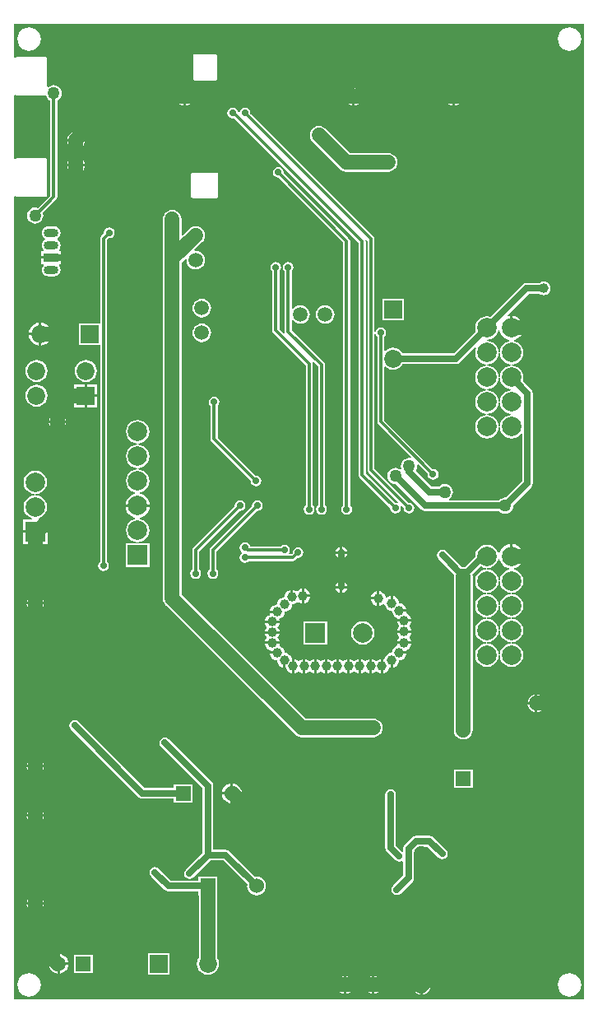
<source format=gbl>
%FSLAX44Y44*%
%MOMM*%
G71*
G01*
G75*
G04 Layer_Physical_Order=2*
G04 Layer_Color=16711680*
%ADD10R,3.5000X0.7500*%
%ADD11O,1.5500X0.6000*%
%ADD12R,1.5500X0.6000*%
G04:AMPARAMS|DCode=13|XSize=2mm|YSize=1mm|CornerRadius=0.25mm|HoleSize=0mm|Usage=FLASHONLY|Rotation=90.000|XOffset=0mm|YOffset=0mm|HoleType=Round|Shape=RoundedRectangle|*
%AMROUNDEDRECTD13*
21,1,2.0000,0.5000,0,0,90.0*
21,1,1.5000,1.0000,0,0,90.0*
1,1,0.5000,0.2500,0.7500*
1,1,0.5000,0.2500,-0.7500*
1,1,0.5000,-0.2500,-0.7500*
1,1,0.5000,-0.2500,0.7500*
%
%ADD13ROUNDEDRECTD13*%
%ADD14R,1.0000X2.0000*%
%ADD15R,0.9000X2.0000*%
%ADD16R,2.0000X0.7000*%
%ADD17R,2.0000X0.8000*%
%ADD18R,1.2500X1.2500*%
%ADD19R,1.2500X1.2500*%
%ADD20R,0.6000X2.0000*%
%ADD21R,0.6000X1.5000*%
%ADD22R,1.4000X1.0000*%
%ADD23R,2.5000X1.7000*%
%ADD24R,3.0000X1.6000*%
%ADD25O,1.4500X0.4000*%
%ADD26R,1.4500X0.4000*%
%ADD27R,0.7200X1.7800*%
%ADD28O,0.7200X1.7800*%
%ADD29R,2.1590X2.7430*%
%ADD30C,0.7000*%
%ADD31C,1.5000*%
%ADD32C,0.3000*%
%ADD33C,0.5000*%
%ADD34C,0.4000*%
%ADD35C,1.5000*%
%ADD36R,1.8500X1.8500*%
%ADD37C,1.8500*%
%ADD38R,1.8500X1.8500*%
%ADD39R,1.5000X0.9000*%
%ADD40O,1.5000X0.9000*%
%ADD41R,2.0000X2.0000*%
%ADD42C,2.0000*%
%ADD43R,2.0000X2.0000*%
%ADD44C,1.5240*%
%ADD45R,1.5240X1.5240*%
%ADD46R,1.5000X1.5000*%
%ADD47R,1.5240X1.5240*%
%ADD48C,1.2700*%
%ADD49C,1.0000*%
%ADD50C,0.7000*%
G36*
X838200Y273050D02*
X838200Y273050D01*
X251460D01*
Y1099100D01*
X252730Y1099485D01*
X252928Y1099188D01*
X253590Y1098746D01*
X254370Y1098591D01*
X283370D01*
X284150Y1098746D01*
X284812Y1099188D01*
X285254Y1099850D01*
X285409Y1100630D01*
Y1136630D01*
X285254Y1137410D01*
X284812Y1138072D01*
X284150Y1138514D01*
X283370Y1138669D01*
X254370D01*
X253590Y1138514D01*
X252928Y1138072D01*
X252730Y1137775D01*
X251460Y1138161D01*
Y1203100D01*
X252730Y1203485D01*
X252928Y1203188D01*
X253590Y1202746D01*
X254370Y1202591D01*
X283370D01*
X284095Y1202735D01*
X284806Y1201019D01*
X286145Y1199275D01*
X287889Y1197936D01*
X288531Y1197670D01*
Y1100028D01*
X275872Y1087369D01*
X275230Y1087635D01*
X273050Y1087922D01*
X270870Y1087635D01*
X268839Y1086794D01*
X267095Y1085455D01*
X265756Y1083711D01*
X264915Y1081680D01*
X264628Y1079500D01*
X264915Y1077320D01*
X265756Y1075289D01*
X267095Y1073545D01*
X268839Y1072206D01*
X270870Y1071365D01*
X273050Y1071078D01*
X275230Y1071365D01*
X277261Y1072206D01*
X279005Y1073545D01*
X280344Y1075289D01*
X281185Y1077320D01*
X281472Y1079500D01*
X281185Y1081680D01*
X280919Y1082322D01*
X294623Y1096027D01*
X295397Y1097184D01*
X295669Y1098550D01*
Y1197670D01*
X296311Y1197936D01*
X298055Y1199275D01*
X299394Y1201019D01*
X300235Y1203050D01*
X300522Y1205230D01*
X300235Y1207410D01*
X299394Y1209441D01*
X298055Y1211185D01*
X296311Y1212524D01*
X294280Y1213365D01*
X292100Y1213652D01*
X289920Y1213365D01*
X287889Y1212524D01*
X286679Y1211595D01*
X285409Y1212222D01*
Y1240630D01*
X285254Y1241410D01*
X284812Y1242072D01*
X284150Y1242514D01*
X283370Y1242669D01*
X254370D01*
X253590Y1242514D01*
X252928Y1242072D01*
X252730Y1241775D01*
X251460Y1242161D01*
Y1276350D01*
X251460Y1276350D01*
X838200D01*
Y273050D01*
D02*
G37*
%LPC*%
G36*
X787400Y576580D02*
X779871D01*
X780009Y575529D01*
X780905Y573367D01*
X782330Y571510D01*
X784187Y570085D01*
X786349Y569189D01*
X787400Y569050D01*
Y576580D01*
D02*
G37*
G36*
X274320Y521880D02*
Y514350D01*
X281849D01*
X281711Y515401D01*
X280815Y517563D01*
X279390Y519420D01*
X277533Y520845D01*
X275371Y521741D01*
X274320Y521880D01*
D02*
G37*
G36*
X281849Y511810D02*
X274320D01*
Y504281D01*
X275371Y504419D01*
X277533Y505315D01*
X279390Y506740D01*
X280815Y508597D01*
X281711Y510759D01*
X281849Y511810D01*
D02*
G37*
G36*
X271780Y521880D02*
X270729Y521741D01*
X268567Y520845D01*
X266710Y519420D01*
X265285Y517563D01*
X264389Y515401D01*
X264251Y514350D01*
X271780D01*
Y521880D01*
D02*
G37*
G36*
X524328Y638810D02*
X509452D01*
X509544Y638112D01*
X510304Y636278D01*
X511512Y634702D01*
X513088Y633494D01*
X514922Y632734D01*
X514952Y632681D01*
X514624Y631888D01*
X514532Y631190D01*
X521970D01*
Y628650D01*
X514532D01*
X514624Y627952D01*
X515384Y626118D01*
X516592Y624542D01*
X518167Y623334D01*
X520002Y622574D01*
X521970Y622315D01*
X521985Y622300D01*
X522244Y620332D01*
X523004Y618498D01*
X524212Y616922D01*
X525788Y615714D01*
X527622Y614954D01*
X528320Y614862D01*
Y622300D01*
X530860D01*
Y614862D01*
X531015Y614883D01*
X531134Y613982D01*
X531894Y612147D01*
X533102Y610572D01*
X534678Y609364D01*
X536512Y608604D01*
X537210Y608512D01*
Y615950D01*
Y623388D01*
X537055Y623367D01*
X536936Y624268D01*
X536176Y626102D01*
X534968Y627678D01*
X533392Y628886D01*
X531558Y629646D01*
X529590Y629905D01*
X529575Y629920D01*
X529316Y631888D01*
X528556Y633722D01*
X527348Y635298D01*
X525773Y636506D01*
X523938Y637266D01*
X523908Y637319D01*
X524236Y638112D01*
X524328Y638810D01*
D02*
G37*
G36*
X548640Y623388D02*
X547942Y623296D01*
X546107Y622536D01*
X544532Y621328D01*
X543858D01*
X542282Y622536D01*
X540448Y623296D01*
X539750Y623388D01*
Y615950D01*
Y608512D01*
X540448Y608604D01*
X542282Y609364D01*
X543858Y610572D01*
X544532D01*
X546107Y609364D01*
X547942Y608604D01*
X548640Y608512D01*
Y615950D01*
Y623388D01*
D02*
G37*
G36*
X789940Y586650D02*
Y579120D01*
X797469D01*
X797331Y580171D01*
X796435Y582333D01*
X795010Y584190D01*
X793153Y585615D01*
X790991Y586511D01*
X789940Y586650D01*
D02*
G37*
G36*
X797469Y576580D02*
X789940D01*
Y569050D01*
X790991Y569189D01*
X793153Y570085D01*
X795010Y571510D01*
X796435Y573367D01*
X797331Y575529D01*
X797469Y576580D01*
D02*
G37*
G36*
X787400Y586650D02*
X786349Y586511D01*
X784187Y585615D01*
X782330Y584190D01*
X780905Y582333D01*
X780009Y580171D01*
X779871Y579120D01*
X787400D01*
Y586650D01*
D02*
G37*
G36*
X474180Y483870D02*
X465369D01*
X465551Y482488D01*
X466575Y480016D01*
X468204Y477894D01*
X470326Y476265D01*
X472798Y475242D01*
X474180Y475060D01*
Y483870D01*
D02*
G37*
G36*
X485531D02*
X476720D01*
Y475060D01*
X478102Y475242D01*
X480574Y476265D01*
X482696Y477894D01*
X484325Y480016D01*
X485349Y482488D01*
X485531Y483870D01*
D02*
G37*
G36*
X274320Y471079D02*
Y463550D01*
X281849D01*
X281711Y464601D01*
X280815Y466763D01*
X279390Y468620D01*
X277533Y470045D01*
X275371Y470941D01*
X274320Y471079D01*
D02*
G37*
G36*
X281849Y461010D02*
X274320D01*
Y453480D01*
X275371Y453619D01*
X277533Y454515D01*
X279390Y455940D01*
X280815Y457797D01*
X281711Y459959D01*
X281849Y461010D01*
D02*
G37*
G36*
X271780Y471079D02*
X270729Y470941D01*
X268567Y470045D01*
X266710Y468620D01*
X265285Y466763D01*
X264389Y464601D01*
X264251Y463550D01*
X271780D01*
Y471079D01*
D02*
G37*
G36*
X723360Y510000D02*
X704120D01*
Y490760D01*
X723360D01*
Y510000D01*
D02*
G37*
G36*
X271780Y511810D02*
X264251D01*
X264389Y510759D01*
X265285Y508597D01*
X266710Y506740D01*
X268567Y505315D01*
X270729Y504419D01*
X271780Y504281D01*
Y511810D01*
D02*
G37*
G36*
X476720Y495220D02*
Y486410D01*
X485531D01*
X485349Y487792D01*
X484325Y490264D01*
X482696Y492386D01*
X480574Y494015D01*
X478102Y495038D01*
X476720Y495220D01*
D02*
G37*
G36*
X313690Y560598D02*
X311544Y560171D01*
X309725Y558955D01*
X308509Y557136D01*
X308082Y554990D01*
X308509Y552844D01*
X309725Y551025D01*
X379575Y481175D01*
X381394Y479959D01*
X383540Y479532D01*
X415830D01*
Y475520D01*
X435070D01*
Y494760D01*
X415830D01*
Y490748D01*
X385863D01*
X317655Y558955D01*
X315836Y560171D01*
X313690Y560598D01*
D02*
G37*
G36*
X474180Y495220D02*
X472798Y495038D01*
X470326Y494015D01*
X468204Y492386D01*
X466575Y490264D01*
X465551Y487792D01*
X465369Y486410D01*
X474180D01*
Y495220D01*
D02*
G37*
G36*
X560070Y623388D02*
X559372Y623296D01*
X557537Y622536D01*
X555962Y621328D01*
X555288D01*
X553713Y622536D01*
X551878Y623296D01*
X551180Y623388D01*
Y615950D01*
Y608512D01*
X551878Y608604D01*
X553713Y609364D01*
X555288Y610572D01*
X555962D01*
X557537Y609364D01*
X559372Y608604D01*
X560070Y608512D01*
Y615950D01*
Y623388D01*
D02*
G37*
G36*
X627380Y693238D02*
Y685800D01*
Y678362D01*
X628078Y678454D01*
X629912Y679214D01*
X631256Y680245D01*
X632122Y680058D01*
X632598Y679784D01*
X632734Y678752D01*
X633494Y676917D01*
X634702Y675342D01*
X636278Y674134D01*
X638112Y673374D01*
X640080Y673115D01*
X640095Y673100D01*
X640354Y671132D01*
X641114Y669297D01*
X642322Y667722D01*
X643897Y666514D01*
X645732Y665754D01*
X645762Y665701D01*
X645434Y664908D01*
X645342Y664210D01*
X660218D01*
X660126Y664908D01*
X659366Y666742D01*
X658158Y668318D01*
X656582Y669526D01*
X654748Y670286D01*
X654718Y670339D01*
X655046Y671132D01*
X655138Y671830D01*
X647700D01*
Y674370D01*
X655138D01*
X655046Y675068D01*
X654286Y676902D01*
X653078Y678478D01*
X651503Y679686D01*
X649668Y680446D01*
X647700Y680705D01*
X647685Y680720D01*
X647426Y682688D01*
X646666Y684522D01*
X645458Y686098D01*
X643883Y687306D01*
X642048Y688066D01*
X641350Y688158D01*
Y680720D01*
X638810D01*
Y688158D01*
X638112Y688066D01*
X636278Y687306D01*
X634934Y686275D01*
X634068Y686462D01*
X633592Y686736D01*
X633456Y687768D01*
X632696Y689603D01*
X631488Y691178D01*
X629912Y692386D01*
X628078Y693146D01*
X627380Y693238D01*
D02*
G37*
G36*
X271780Y679450D02*
X264251D01*
X264389Y678399D01*
X265285Y676237D01*
X266710Y674380D01*
X268567Y672955D01*
X270729Y672059D01*
X271780Y671920D01*
Y679450D01*
D02*
G37*
G36*
X660218Y661670D02*
X645342D01*
X645434Y660972D01*
X646194Y659137D01*
X647402Y657562D01*
Y656888D01*
X646194Y655312D01*
X645434Y653478D01*
X645342Y652780D01*
X660218D01*
X660126Y653478D01*
X659366Y655312D01*
X658158Y656888D01*
Y657562D01*
X659366Y659137D01*
X660126Y660972D01*
X660218Y661670D01*
D02*
G37*
G36*
Y650240D02*
X645342D01*
X645434Y649542D01*
X646194Y647708D01*
X647402Y646132D01*
Y645458D01*
X646194Y643883D01*
X645434Y642048D01*
X645342Y641350D01*
X660218D01*
X660126Y642048D01*
X659366Y643883D01*
X658158Y645458D01*
Y646132D01*
X659366Y647708D01*
X660126Y649542D01*
X660218Y650240D01*
D02*
G37*
G36*
X524328Y660400D02*
X509452D01*
X509544Y659702D01*
X510304Y657868D01*
X510759Y657275D01*
X511498Y656273D01*
X510759Y655270D01*
X510304Y654678D01*
X509544Y652843D01*
X509452Y652145D01*
X524328D01*
X524236Y652843D01*
X523476Y654678D01*
X523022Y655270D01*
X522282Y656273D01*
X523022Y657275D01*
X523476Y657868D01*
X524236Y659702D01*
X524328Y660400D01*
D02*
G37*
G36*
X271780Y689520D02*
X270729Y689381D01*
X268567Y688485D01*
X266710Y687060D01*
X265285Y685203D01*
X264389Y683041D01*
X264251Y681990D01*
X271780D01*
Y689520D01*
D02*
G37*
G36*
X274320D02*
Y681990D01*
X281849D01*
X281711Y683041D01*
X280815Y685203D01*
X279390Y687060D01*
X277533Y688485D01*
X275371Y689381D01*
X274320Y689520D01*
D02*
G37*
G36*
X556078Y687070D02*
X549910D01*
Y680902D01*
X550608Y680994D01*
X552443Y681754D01*
X554018Y682962D01*
X555226Y684538D01*
X555986Y686372D01*
X556078Y687070D01*
D02*
G37*
G36*
X281849Y679450D02*
X274320D01*
Y671920D01*
X275371Y672059D01*
X277533Y672955D01*
X279390Y674380D01*
X280815Y676237D01*
X281711Y678399D01*
X281849Y679450D01*
D02*
G37*
G36*
X624840Y684530D02*
X618672D01*
X618764Y683832D01*
X619524Y681998D01*
X620732Y680422D01*
X622308Y679214D01*
X624142Y678454D01*
X624840Y678362D01*
Y684530D01*
D02*
G37*
G36*
X605790Y623388D02*
X605092Y623296D01*
X603257Y622536D01*
X601682Y621328D01*
X601008D01*
X599432Y622536D01*
X597598Y623296D01*
X596900Y623388D01*
Y615950D01*
Y608512D01*
X597598Y608604D01*
X599432Y609364D01*
X601008Y610572D01*
X601682D01*
X603257Y609364D01*
X605092Y608604D01*
X605790Y608512D01*
Y615950D01*
Y623388D01*
D02*
G37*
G36*
X617220D02*
X616522Y623296D01*
X614688Y622536D01*
X613112Y621328D01*
X612438D01*
X610863Y622536D01*
X609028Y623296D01*
X608330Y623388D01*
Y615950D01*
Y608512D01*
X609028Y608604D01*
X610863Y609364D01*
X612438Y610572D01*
X613112D01*
X614688Y609364D01*
X616522Y608604D01*
X617220Y608512D01*
Y615950D01*
Y623388D01*
D02*
G37*
G36*
X594360D02*
X593662Y623296D01*
X591828Y622536D01*
X590252Y621328D01*
X589578D01*
X588003Y622536D01*
X586168Y623296D01*
X585470Y623388D01*
Y615950D01*
Y608512D01*
X586168Y608604D01*
X588003Y609364D01*
X589578Y610572D01*
X590252D01*
X591828Y609364D01*
X593662Y608604D01*
X594360Y608512D01*
Y615950D01*
Y623388D01*
D02*
G37*
G36*
X571500D02*
X570802Y623296D01*
X568968Y622536D01*
X567392Y621328D01*
X566718D01*
X565143Y622536D01*
X563308Y623296D01*
X562610Y623388D01*
Y615950D01*
Y608512D01*
X563308Y608604D01*
X565143Y609364D01*
X566718Y610572D01*
X567392D01*
X568968Y609364D01*
X570802Y608604D01*
X571500Y608512D01*
Y615950D01*
Y623388D01*
D02*
G37*
G36*
X582930D02*
X582232Y623296D01*
X580397Y622536D01*
X578822Y621328D01*
X578148D01*
X576572Y622536D01*
X574738Y623296D01*
X574040Y623388D01*
Y615950D01*
Y608512D01*
X574738Y608604D01*
X576572Y609364D01*
X578148Y610572D01*
X578822D01*
X580397Y609364D01*
X582232Y608604D01*
X582930Y608512D01*
Y615950D01*
Y623388D01*
D02*
G37*
G36*
X573340Y662240D02*
X549340D01*
Y638240D01*
X573340D01*
Y662240D01*
D02*
G37*
G36*
X524328Y649605D02*
X509452D01*
X509544Y648907D01*
X510304Y647073D01*
X510759Y646480D01*
X511498Y645478D01*
X510759Y644475D01*
X510304Y643883D01*
X509544Y642048D01*
X509452Y641350D01*
X524328D01*
X524236Y642048D01*
X523476Y643883D01*
X523022Y644475D01*
X522282Y645478D01*
X523022Y646480D01*
X523476Y647073D01*
X524236Y648907D01*
X524328Y649605D01*
D02*
G37*
G36*
X610140Y662344D02*
X607007Y661931D01*
X604088Y660722D01*
X601581Y658799D01*
X599658Y656292D01*
X598449Y653373D01*
X598036Y650240D01*
X598449Y647107D01*
X599658Y644188D01*
X601581Y641682D01*
X604088Y639758D01*
X607007Y638549D01*
X610140Y638136D01*
X613273Y638549D01*
X616192Y639758D01*
X618699Y641682D01*
X620622Y644188D01*
X621831Y647107D01*
X622244Y650240D01*
X621831Y653373D01*
X620622Y656292D01*
X618699Y658799D01*
X616192Y660722D01*
X613273Y661931D01*
X610140Y662344D01*
D02*
G37*
G36*
X628650Y623388D02*
X627952Y623296D01*
X626118Y622536D01*
X624542Y621328D01*
X623868D01*
X622293Y622536D01*
X620458Y623296D01*
X619760Y623388D01*
Y615950D01*
Y608512D01*
X620458Y608604D01*
X622293Y609364D01*
X623868Y610572D01*
X624542D01*
X626118Y609364D01*
X627952Y608604D01*
X628650Y608512D01*
Y615950D01*
Y623388D01*
D02*
G37*
G36*
X660218Y638810D02*
X645342D01*
X645434Y638112D01*
X645762Y637319D01*
X645732Y637266D01*
X643897Y636506D01*
X642322Y635298D01*
X641114Y633722D01*
X640354Y631888D01*
X640095Y629920D01*
X640080Y629905D01*
X638112Y629646D01*
X636278Y628886D01*
X634702Y627678D01*
X633494Y626102D01*
X632752Y624313D01*
X632362Y623569D01*
X631888Y623296D01*
X631190Y623388D01*
Y615950D01*
Y608512D01*
X631888Y608604D01*
X633722Y609364D01*
X635298Y610572D01*
X636506Y612147D01*
X637248Y613937D01*
X637638Y614681D01*
X638112Y614954D01*
X638810Y614862D01*
Y622300D01*
X641350D01*
Y614862D01*
X642048Y614954D01*
X643883Y615714D01*
X645458Y616922D01*
X646666Y618498D01*
X647426Y620332D01*
X647685Y622300D01*
X647700Y622315D01*
X649668Y622574D01*
X651503Y623334D01*
X653078Y624542D01*
X654286Y626118D01*
X655046Y627952D01*
X655138Y628650D01*
X647700D01*
Y631190D01*
X655138D01*
X655046Y631888D01*
X654718Y632681D01*
X654748Y632734D01*
X656582Y633494D01*
X658158Y634702D01*
X659366Y636278D01*
X660126Y638112D01*
X660218Y638810D01*
D02*
G37*
G36*
X271780Y461010D02*
X264251D01*
X264389Y459959D01*
X265285Y457797D01*
X266710Y455940D01*
X268567Y454515D01*
X270729Y453619D01*
X271780Y453480D01*
Y461010D01*
D02*
G37*
G36*
X622300Y297090D02*
Y289560D01*
X629829D01*
X629691Y290611D01*
X628795Y292773D01*
X627370Y294630D01*
X625513Y296055D01*
X623351Y296951D01*
X622300Y297090D01*
D02*
G37*
G36*
X396240Y409468D02*
X394094Y409041D01*
X392275Y407825D01*
X391059Y406006D01*
X390632Y403860D01*
X391059Y401714D01*
X392275Y399895D01*
X406245Y385925D01*
X408064Y384709D01*
X410210Y384282D01*
X441230D01*
Y380270D01*
X441268D01*
Y315873D01*
X441023Y315553D01*
X439890Y312817D01*
X439503Y309880D01*
X439890Y306943D01*
X441023Y304207D01*
X442826Y301856D01*
X445177Y300053D01*
X447913Y298920D01*
X450850Y298533D01*
X453787Y298920D01*
X456524Y300053D01*
X458874Y301856D01*
X460677Y304207D01*
X461810Y306943D01*
X462197Y309880D01*
X461810Y312817D01*
X460677Y315553D01*
X460432Y315873D01*
Y380270D01*
X460470D01*
Y399510D01*
X441230D01*
Y395498D01*
X412533D01*
X400205Y407825D01*
X398386Y409041D01*
X396240Y409468D01*
D02*
G37*
G36*
X619760Y297090D02*
X618709Y296951D01*
X616547Y296055D01*
X614690Y294630D01*
X613265Y292773D01*
X612369Y290611D01*
X612230Y289560D01*
X619760D01*
Y297090D01*
D02*
G37*
G36*
X590550D02*
X589499Y296951D01*
X587337Y296055D01*
X585480Y294630D01*
X584055Y292773D01*
X583159Y290611D01*
X583021Y289560D01*
X590550D01*
Y297090D01*
D02*
G37*
G36*
X593090D02*
Y289560D01*
X600620D01*
X600481Y290611D01*
X599585Y292773D01*
X598160Y294630D01*
X596303Y296055D01*
X594141Y296951D01*
X593090Y297090D01*
D02*
G37*
G36*
X332080Y319380D02*
X313080D01*
Y300380D01*
X332080D01*
Y319380D01*
D02*
G37*
G36*
X295910Y319839D02*
X294559Y319662D01*
X292117Y318650D01*
X290019Y317041D01*
X288410Y314943D01*
X287398Y312501D01*
X287221Y311150D01*
X295910D01*
Y319839D01*
D02*
G37*
G36*
X307139Y308610D02*
X298450D01*
Y299921D01*
X299801Y300098D01*
X302243Y301110D01*
X304341Y302719D01*
X305950Y304817D01*
X306962Y307259D01*
X307139Y308610D01*
D02*
G37*
G36*
X411300Y321130D02*
X388800D01*
Y298630D01*
X411300D01*
Y321130D01*
D02*
G37*
G36*
X295910Y308610D02*
X287221D01*
X287398Y307259D01*
X288410Y304817D01*
X290019Y302719D01*
X292117Y301110D01*
X294559Y300098D01*
X295910Y299921D01*
Y308610D01*
D02*
G37*
G36*
X679360Y285750D02*
X671830D01*
Y278221D01*
X672881Y278359D01*
X675043Y279255D01*
X676900Y280680D01*
X678325Y282537D01*
X679221Y284699D01*
X679360Y285750D01*
D02*
G37*
G36*
X590550Y287020D02*
X583021D01*
X583159Y285969D01*
X584055Y283807D01*
X585480Y281950D01*
X587337Y280525D01*
X589499Y279629D01*
X590550Y279491D01*
Y287020D01*
D02*
G37*
G36*
X669290Y285750D02*
X661760D01*
X661899Y284699D01*
X662795Y282537D01*
X664220Y280680D01*
X666077Y279255D01*
X668239Y278359D01*
X669290Y278221D01*
Y285750D01*
D02*
G37*
G36*
X266700Y300394D02*
X263567Y299981D01*
X260648Y298772D01*
X258141Y296849D01*
X256218Y294342D01*
X255009Y291423D01*
X254596Y288290D01*
X255009Y285157D01*
X256218Y282238D01*
X258141Y279732D01*
X260648Y277808D01*
X263567Y276599D01*
X266700Y276186D01*
X269833Y276599D01*
X272752Y277808D01*
X275259Y279732D01*
X277182Y282238D01*
X278391Y285157D01*
X278804Y288290D01*
X278391Y291423D01*
X277182Y294342D01*
X275259Y296849D01*
X272752Y298772D01*
X269833Y299981D01*
X266700Y300394D01*
D02*
G37*
G36*
X822960D02*
X819827Y299981D01*
X816908Y298772D01*
X814401Y296849D01*
X812478Y294342D01*
X811269Y291423D01*
X810856Y288290D01*
X811269Y285157D01*
X812478Y282238D01*
X814401Y279732D01*
X816908Y277808D01*
X819827Y276599D01*
X822960Y276186D01*
X826093Y276599D01*
X829012Y277808D01*
X831518Y279732D01*
X833442Y282238D01*
X834651Y285157D01*
X835064Y288290D01*
X834651Y291423D01*
X833442Y294342D01*
X831518Y296849D01*
X829012Y298772D01*
X826093Y299981D01*
X822960Y300394D01*
D02*
G37*
G36*
X669290Y295819D02*
X668239Y295681D01*
X666077Y294785D01*
X664220Y293360D01*
X662795Y291503D01*
X661899Y289341D01*
X661760Y288290D01*
X669290D01*
Y295819D01*
D02*
G37*
G36*
X671830D02*
Y288290D01*
X679360D01*
X679221Y289341D01*
X678325Y291503D01*
X676900Y293360D01*
X675043Y294785D01*
X672881Y295681D01*
X671830Y295819D01*
D02*
G37*
G36*
X629829Y287020D02*
X622300D01*
Y279491D01*
X623351Y279629D01*
X625513Y280525D01*
X627370Y281950D01*
X628795Y283807D01*
X629691Y285969D01*
X629829Y287020D01*
D02*
G37*
G36*
X600620D02*
X593090D01*
Y279491D01*
X594141Y279629D01*
X596303Y280525D01*
X598160Y281950D01*
X599585Y283807D01*
X600481Y285969D01*
X600620Y287020D01*
D02*
G37*
G36*
X619760D02*
X612230D01*
X612369Y285969D01*
X613265Y283807D01*
X614690Y281950D01*
X616547Y280525D01*
X618709Y279629D01*
X619760Y279491D01*
Y287020D01*
D02*
G37*
G36*
X532956Y419100D02*
X528320D01*
Y414464D01*
X529407Y414680D01*
X531405Y416015D01*
X532739Y418013D01*
X532956Y419100D01*
D02*
G37*
G36*
X676466Y421640D02*
X671830D01*
Y417004D01*
X672917Y417220D01*
X674915Y418555D01*
X676249Y420553D01*
X676466Y421640D01*
D02*
G37*
G36*
X525780Y419100D02*
X521144D01*
X521361Y418013D01*
X522695Y416015D01*
X524693Y414680D01*
X525780Y414464D01*
Y419100D01*
D02*
G37*
G36*
X374650Y417830D02*
X370014D01*
X370230Y416743D01*
X371565Y414745D01*
X373563Y413410D01*
X374650Y413194D01*
Y417830D01*
D02*
G37*
G36*
X381826D02*
X377190D01*
Y413194D01*
X378277Y413410D01*
X380275Y414745D01*
X381609Y416743D01*
X381826Y417830D01*
D02*
G37*
G36*
X525780Y426276D02*
X524693Y426059D01*
X522695Y424725D01*
X521361Y422727D01*
X521144Y421640D01*
X525780D01*
Y426276D01*
D02*
G37*
G36*
X528320D02*
Y421640D01*
X532956D01*
X532739Y422727D01*
X531405Y424725D01*
X529407Y426059D01*
X528320Y426276D01*
D02*
G37*
G36*
X377190Y425006D02*
Y420370D01*
X381826D01*
X381609Y421457D01*
X380275Y423455D01*
X378277Y424790D01*
X377190Y425006D01*
D02*
G37*
G36*
X638810Y489478D02*
X636664Y489051D01*
X634845Y487835D01*
X633629Y486016D01*
X633202Y483870D01*
Y429260D01*
X633629Y427114D01*
X634845Y425295D01*
X643735Y416405D01*
X645554Y415189D01*
X647700Y414762D01*
X649846Y415189D01*
X650682Y415748D01*
X651952Y415069D01*
Y400803D01*
X641195Y390045D01*
X639979Y388226D01*
X639552Y386080D01*
X639979Y383934D01*
X641195Y382115D01*
X643014Y380899D01*
X645160Y380472D01*
X647306Y380899D01*
X649125Y382115D01*
X661525Y394515D01*
X662741Y396334D01*
X663168Y398480D01*
Y421940D01*
X663276Y422060D01*
X664082Y421971D01*
X664646Y421682D01*
X664871Y420553D01*
X666205Y418555D01*
X668203Y417220D01*
X669290Y417004D01*
Y422910D01*
X670560D01*
Y424180D01*
X676466D01*
X676249Y425267D01*
X674915Y427265D01*
X672917Y428600D01*
X671788Y428824D01*
X671499Y429388D01*
X671410Y430194D01*
X671530Y430302D01*
X676827D01*
X688185Y418945D01*
X690004Y417729D01*
X692150Y417302D01*
X694296Y417729D01*
X696115Y418945D01*
X697331Y420764D01*
X697758Y422910D01*
X697331Y425056D01*
X696115Y426875D01*
X683115Y439875D01*
X681296Y441091D01*
X679150Y441518D01*
X665175D01*
X663029Y441091D01*
X661210Y439875D01*
X653595Y432260D01*
X652379Y430441D01*
X651952Y428295D01*
Y425844D01*
X650682Y425318D01*
X644418Y431583D01*
Y483870D01*
X643991Y486016D01*
X642775Y487835D01*
X640956Y489051D01*
X638810Y489478D01*
D02*
G37*
G36*
X374650Y425006D02*
X373563Y424790D01*
X371565Y423455D01*
X370230Y421457D01*
X370014Y420370D01*
X374650D01*
Y425006D01*
D02*
G37*
G36*
X355600Y352616D02*
X354513Y352399D01*
X352515Y351065D01*
X351180Y349067D01*
X350964Y347980D01*
X355600D01*
Y352616D01*
D02*
G37*
G36*
X358140D02*
Y347980D01*
X362776D01*
X362560Y349067D01*
X361225Y351065D01*
X359227Y352399D01*
X358140Y352616D01*
D02*
G37*
G36*
X362776Y345440D02*
X358140D01*
Y340804D01*
X359227Y341021D01*
X361225Y342355D01*
X362560Y344353D01*
X362776Y345440D01*
D02*
G37*
G36*
X298450Y319839D02*
Y311150D01*
X307139D01*
X306962Y312501D01*
X305950Y314943D01*
X304341Y317041D01*
X302243Y318650D01*
X299801Y319662D01*
X298450Y319839D01*
D02*
G37*
G36*
X355600Y345440D02*
X350964D01*
X351180Y344353D01*
X352515Y342355D01*
X354513Y341021D01*
X355600Y340804D01*
Y345440D01*
D02*
G37*
G36*
X274320Y380910D02*
Y373380D01*
X281849D01*
X281711Y374431D01*
X280815Y376593D01*
X279390Y378450D01*
X277533Y379875D01*
X275371Y380771D01*
X274320Y380910D01*
D02*
G37*
G36*
X406400Y542818D02*
X404254Y542391D01*
X402435Y541175D01*
X401219Y539356D01*
X400792Y537210D01*
X401219Y535064D01*
X402435Y533245D01*
X445242Y490437D01*
Y423963D01*
X427835Y406555D01*
X426619Y404736D01*
X426192Y402590D01*
X426619Y400444D01*
X427835Y398625D01*
X429654Y397409D01*
X431800Y396982D01*
X433946Y397409D01*
X435765Y398625D01*
X453173Y416032D01*
X466777D01*
X491353Y391456D01*
X491147Y389890D01*
X491478Y387379D01*
X492447Y385038D01*
X493989Y383029D01*
X495998Y381487D01*
X498339Y380518D01*
X500850Y380187D01*
X503361Y380518D01*
X505701Y381487D01*
X507711Y383029D01*
X509253Y385038D01*
X510222Y387379D01*
X510553Y389890D01*
X510222Y392401D01*
X509253Y394742D01*
X507711Y396751D01*
X505701Y398293D01*
X503361Y399262D01*
X500850Y399593D01*
X499284Y399387D01*
X473065Y425605D01*
X471246Y426821D01*
X469100Y427248D01*
X456458D01*
Y492760D01*
X456031Y494906D01*
X454815Y496725D01*
X410365Y541175D01*
X408546Y542391D01*
X406400Y542818D01*
D02*
G37*
G36*
X271780Y380910D02*
X270729Y380771D01*
X268567Y379875D01*
X266710Y378450D01*
X265285Y376593D01*
X264389Y374431D01*
X264251Y373380D01*
X271780D01*
Y380910D01*
D02*
G37*
G36*
Y370840D02*
X264251D01*
X264389Y369789D01*
X265285Y367627D01*
X266710Y365770D01*
X268567Y364345D01*
X270729Y363449D01*
X271780Y363311D01*
Y370840D01*
D02*
G37*
G36*
X281849D02*
X274320D01*
Y363311D01*
X275371Y363449D01*
X277533Y364345D01*
X279390Y365770D01*
X280815Y367627D01*
X281711Y369789D01*
X281849Y370840D01*
D02*
G37*
G36*
X624840Y693238D02*
X624142Y693146D01*
X622308Y692386D01*
X620732Y691178D01*
X619524Y689603D01*
X618764Y687768D01*
X618672Y687070D01*
X624840D01*
Y693238D01*
D02*
G37*
G36*
X276860Y969305D02*
X275052Y969066D01*
X272184Y967878D01*
X269721Y965989D01*
X267831Y963526D01*
X266644Y960658D01*
X266406Y958850D01*
X276860D01*
Y969305D01*
D02*
G37*
G36*
X279400D02*
Y958850D01*
X289855D01*
X289617Y960658D01*
X288428Y963526D01*
X286539Y965989D01*
X284076Y967878D01*
X281208Y969066D01*
X279400Y969305D01*
D02*
G37*
G36*
X444500Y968432D02*
X442020Y968105D01*
X439709Y967148D01*
X437725Y965626D01*
X436202Y963641D01*
X435244Y961330D01*
X434918Y958850D01*
X435244Y956370D01*
X436202Y954059D01*
X437725Y952075D01*
X439709Y950552D01*
X442020Y949594D01*
X444500Y949268D01*
X446980Y949594D01*
X449291Y950552D01*
X451275Y952075D01*
X452798Y954059D01*
X453755Y956370D01*
X454082Y958850D01*
X453755Y961330D01*
X452798Y963641D01*
X451275Y965626D01*
X449291Y967148D01*
X446980Y968105D01*
X444500Y968432D01*
D02*
G37*
G36*
X533400Y1031768D02*
X531254Y1031341D01*
X529435Y1030125D01*
X528219Y1028306D01*
X527792Y1026160D01*
X528219Y1024014D01*
X529435Y1022195D01*
X529831Y1021930D01*
Y960120D01*
X530084Y958848D01*
X530028Y958773D01*
X528705Y958431D01*
X524269Y962868D01*
Y1021930D01*
X524665Y1022195D01*
X525881Y1024014D01*
X526308Y1026160D01*
X525881Y1028306D01*
X524665Y1030125D01*
X522846Y1031341D01*
X520700Y1031768D01*
X518554Y1031341D01*
X516735Y1030125D01*
X515519Y1028306D01*
X515092Y1026160D01*
X515519Y1024014D01*
X516735Y1022195D01*
X517131Y1021930D01*
Y961390D01*
X517403Y960024D01*
X518177Y958867D01*
X551421Y925622D01*
Y781470D01*
X551025Y781205D01*
X549809Y779386D01*
X549382Y777240D01*
X549809Y775094D01*
X551025Y773275D01*
X552844Y772059D01*
X554990Y771632D01*
X557136Y772059D01*
X558955Y773275D01*
X560171Y775094D01*
X560598Y777240D01*
X560171Y779386D01*
X558955Y781205D01*
X558559Y781470D01*
Y927100D01*
X558306Y928372D01*
X558362Y928447D01*
X559684Y928789D01*
X564121Y924352D01*
Y781470D01*
X563725Y781205D01*
X562509Y779386D01*
X562082Y777240D01*
X562509Y775094D01*
X563725Y773275D01*
X565544Y772059D01*
X567690Y771632D01*
X569836Y772059D01*
X571655Y773275D01*
X572871Y775094D01*
X573298Y777240D01*
X572871Y779386D01*
X571655Y781205D01*
X571259Y781470D01*
Y925830D01*
X570987Y927196D01*
X570213Y928353D01*
X536969Y961598D01*
Y972109D01*
X538239Y972540D01*
X539324Y971124D01*
X541309Y969602D01*
X543620Y968644D01*
X546100Y968318D01*
X548580Y968644D01*
X550891Y969602D01*
X552875Y971124D01*
X554398Y973109D01*
X555355Y975420D01*
X555682Y977900D01*
X555355Y980380D01*
X554398Y982691D01*
X552875Y984676D01*
X550891Y986198D01*
X548580Y987156D01*
X546100Y987482D01*
X543620Y987156D01*
X541309Y986198D01*
X539324Y984676D01*
X538239Y983260D01*
X536969Y983691D01*
Y1021930D01*
X537365Y1022195D01*
X538581Y1024014D01*
X539008Y1026160D01*
X538581Y1028306D01*
X537365Y1030125D01*
X535546Y1031341D01*
X533400Y1031768D01*
D02*
G37*
G36*
X764540Y976411D02*
Y965200D01*
X775751D01*
X775487Y967204D01*
X774224Y970254D01*
X772214Y972874D01*
X769594Y974884D01*
X766544Y976147D01*
X764540Y976411D01*
D02*
G37*
G36*
X444500Y993832D02*
X442020Y993505D01*
X439709Y992548D01*
X437725Y991025D01*
X436202Y989041D01*
X435244Y986730D01*
X434918Y984250D01*
X435244Y981770D01*
X436202Y979459D01*
X437725Y977475D01*
X439709Y975952D01*
X442020Y974995D01*
X444500Y974668D01*
X446980Y974995D01*
X449291Y975952D01*
X451275Y977475D01*
X452798Y979459D01*
X453755Y981770D01*
X454082Y984250D01*
X453755Y986730D01*
X452798Y989041D01*
X451275Y991025D01*
X449291Y992548D01*
X446980Y993505D01*
X444500Y993832D01*
D02*
G37*
G36*
X299600Y1035050D02*
X279520D01*
Y1029280D01*
X281351D01*
X281735Y1028010D01*
X280882Y1026898D01*
X280227Y1025317D01*
X280004Y1023620D01*
X280227Y1021923D01*
X280882Y1020342D01*
X281924Y1018984D01*
X283282Y1017942D01*
X284863Y1017287D01*
X286560Y1017064D01*
X292560D01*
X294257Y1017287D01*
X295838Y1017942D01*
X297196Y1018984D01*
X298238Y1020342D01*
X298893Y1021923D01*
X299116Y1023620D01*
X298893Y1025317D01*
X298238Y1026898D01*
X297384Y1028010D01*
X297769Y1029280D01*
X299600D01*
Y1035050D01*
D02*
G37*
G36*
X571500Y987482D02*
X569020Y987156D01*
X566709Y986198D01*
X564725Y984676D01*
X563202Y982691D01*
X562244Y980380D01*
X561918Y977900D01*
X562244Y975420D01*
X563202Y973109D01*
X564725Y971124D01*
X566709Y969602D01*
X569020Y968644D01*
X571500Y968318D01*
X573980Y968644D01*
X576291Y969602D01*
X578275Y971124D01*
X579798Y973109D01*
X580756Y975420D01*
X581082Y977900D01*
X580756Y980380D01*
X579798Y982691D01*
X578275Y984676D01*
X576291Y986198D01*
X573980Y987156D01*
X571500Y987482D01*
D02*
G37*
G36*
X652600Y994230D02*
X630100D01*
Y971730D01*
X652600D01*
Y994230D01*
D02*
G37*
G36*
X274320Y930827D02*
X271383Y930440D01*
X268647Y929307D01*
X266296Y927504D01*
X264493Y925154D01*
X263360Y922417D01*
X262973Y919480D01*
X263360Y916543D01*
X264493Y913807D01*
X266296Y911456D01*
X268647Y909653D01*
X271383Y908520D01*
X274320Y908133D01*
X277257Y908520D01*
X279993Y909653D01*
X282344Y911456D01*
X284147Y913807D01*
X285280Y916543D01*
X285667Y919480D01*
X285280Y922417D01*
X284147Y925154D01*
X282344Y927504D01*
X279993Y929307D01*
X277257Y930440D01*
X274320Y930827D01*
D02*
G37*
G36*
X325120D02*
X322183Y930440D01*
X319447Y929307D01*
X317096Y927504D01*
X315293Y925154D01*
X314160Y922417D01*
X313773Y919480D01*
X314160Y916543D01*
X315293Y913807D01*
X317096Y911456D01*
X319447Y909653D01*
X322183Y908520D01*
X325120Y908133D01*
X328057Y908520D01*
X330793Y909653D01*
X333144Y911456D01*
X334947Y913807D01*
X336080Y916543D01*
X336467Y919480D01*
X336080Y922417D01*
X334947Y925154D01*
X333144Y927504D01*
X330793Y929307D01*
X328057Y930440D01*
X325120Y930827D01*
D02*
G37*
G36*
X323850Y905870D02*
X313330D01*
Y895350D01*
X323850D01*
Y905870D01*
D02*
G37*
G36*
X336910D02*
X326390D01*
Y895350D01*
X336910D01*
Y905870D01*
D02*
G37*
G36*
X427990Y1210219D02*
Y1202690D01*
X435519D01*
X435381Y1203741D01*
X434485Y1205903D01*
X433060Y1207760D01*
X431203Y1209185D01*
X429041Y1210081D01*
X427990Y1210219D01*
D02*
G37*
G36*
X276860Y956310D02*
X266406D01*
X266644Y954502D01*
X267831Y951634D01*
X269721Y949171D01*
X272184Y947281D01*
X275052Y946094D01*
X276860Y945855D01*
Y956310D01*
D02*
G37*
G36*
X289855D02*
X279400D01*
Y945855D01*
X281208Y946094D01*
X284076Y947281D01*
X286539Y949171D01*
X288428Y951634D01*
X289617Y954502D01*
X289855Y956310D01*
D02*
G37*
G36*
X425450Y1210219D02*
X424399Y1210081D01*
X422237Y1209185D01*
X420380Y1207760D01*
X418955Y1205903D01*
X418059Y1203741D01*
X417920Y1202690D01*
X425450D01*
Y1210219D01*
D02*
G37*
G36*
X712380Y1200150D02*
X704850D01*
Y1192620D01*
X705901Y1192759D01*
X708063Y1193655D01*
X709920Y1195080D01*
X711345Y1196937D01*
X712241Y1199099D01*
X712380Y1200150D01*
D02*
G37*
G36*
X414020Y1085272D02*
X411540Y1084946D01*
X409229Y1083988D01*
X407244Y1082465D01*
X405722Y1080481D01*
X404765Y1078170D01*
X404438Y1075690D01*
Y1035050D01*
Y899160D01*
Y842010D01*
Y783590D01*
Y685800D01*
X404765Y683320D01*
X405722Y681009D01*
X407244Y679025D01*
X540594Y545675D01*
X542579Y544152D01*
X544890Y543195D01*
X547370Y542868D01*
X621030D01*
X623510Y543195D01*
X625821Y544152D01*
X627805Y545675D01*
X629328Y547659D01*
X630285Y549970D01*
X630612Y552450D01*
X630285Y554930D01*
X629328Y557241D01*
X627805Y559225D01*
X625821Y560748D01*
X623510Y561706D01*
X621030Y562032D01*
X551339D01*
X423602Y689769D01*
Y783590D01*
Y842010D01*
Y899160D01*
Y1031081D01*
X427437Y1034916D01*
X428639Y1034323D01*
X428568Y1033780D01*
X428895Y1031300D01*
X429852Y1028989D01*
X431375Y1027004D01*
X433359Y1025482D01*
X435670Y1024525D01*
X438150Y1024198D01*
X440630Y1024525D01*
X442941Y1025482D01*
X444925Y1027004D01*
X446448Y1028989D01*
X447406Y1031300D01*
X447732Y1033780D01*
X447406Y1036260D01*
X446448Y1038571D01*
X444925Y1040555D01*
X442941Y1042078D01*
X440630Y1043036D01*
X438150Y1043362D01*
X437607Y1043290D01*
X437014Y1044493D01*
X444925Y1052404D01*
X446448Y1054389D01*
X447406Y1056700D01*
X447732Y1059180D01*
X447406Y1061660D01*
X446448Y1063971D01*
X444925Y1065956D01*
X442941Y1067478D01*
X440630Y1068436D01*
X438150Y1068762D01*
X435670Y1068436D01*
X433359Y1067478D01*
X431375Y1065956D01*
X424775Y1059356D01*
X423602Y1059842D01*
Y1075690D01*
X423275Y1078170D01*
X422318Y1080481D01*
X420795Y1082465D01*
X418811Y1083988D01*
X416500Y1084946D01*
X414020Y1085272D01*
D02*
G37*
G36*
X316230Y1165770D02*
Y1158240D01*
X323759D01*
X323621Y1159291D01*
X322725Y1161453D01*
X321300Y1163310D01*
X319443Y1164735D01*
X317281Y1165631D01*
X316230Y1165770D01*
D02*
G37*
G36*
X488950Y1190518D02*
X486804Y1190091D01*
X484985Y1188875D01*
X483769Y1187056D01*
X483647Y1186442D01*
X482285Y1185915D01*
X481563Y1186393D01*
X481431Y1187056D01*
X480215Y1188875D01*
X478396Y1190091D01*
X476250Y1190518D01*
X474104Y1190091D01*
X472285Y1188875D01*
X471069Y1187056D01*
X470642Y1184910D01*
X471069Y1182764D01*
X472285Y1180945D01*
X474104Y1179729D01*
X476250Y1179302D01*
X477777Y1179606D01*
X606031Y1051352D01*
Y812800D01*
X606303Y811434D01*
X607077Y810277D01*
X638375Y778978D01*
X638282Y778510D01*
X638709Y776364D01*
X639925Y774545D01*
X641744Y773329D01*
X643890Y772902D01*
X646036Y773329D01*
X647855Y774545D01*
X649071Y776364D01*
X649498Y778510D01*
X649120Y780407D01*
X649872Y781021D01*
X650168Y781155D01*
X652345Y778978D01*
X652252Y778510D01*
X652679Y776364D01*
X653895Y774545D01*
X655714Y773329D01*
X657860Y772902D01*
X660006Y773329D01*
X661825Y774545D01*
X663041Y776364D01*
X663468Y778510D01*
X663041Y780656D01*
X661825Y782475D01*
X660006Y783691D01*
X657860Y784118D01*
X657392Y784025D01*
X622059Y819358D01*
Y957286D01*
X623329Y957411D01*
X623469Y956704D01*
X624685Y954885D01*
X625081Y954620D01*
Y937763D01*
X625031Y937511D01*
Y867460D01*
X625303Y866094D01*
X626077Y864937D01*
X659887Y831126D01*
X659294Y829923D01*
X657860Y830112D01*
X655680Y829825D01*
X653649Y828984D01*
X651905Y827645D01*
X650566Y825901D01*
X649725Y823870D01*
X649438Y821690D01*
X649725Y819510D01*
X649926Y819024D01*
X648883Y818223D01*
X648101Y818824D01*
X646070Y819665D01*
X643890Y819952D01*
X641710Y819665D01*
X639679Y818824D01*
X637935Y817485D01*
X636596Y815741D01*
X635755Y813710D01*
X635468Y811530D01*
X635755Y809350D01*
X636596Y807319D01*
X637935Y805575D01*
X639679Y804236D01*
X641710Y803395D01*
X643890Y803108D01*
X644324Y803165D01*
X670405Y777085D01*
X672224Y775869D01*
X674370Y775442D01*
X750698D01*
X750965Y775095D01*
X752709Y773756D01*
X754740Y772915D01*
X756920Y772628D01*
X759100Y772915D01*
X761131Y773756D01*
X762875Y775095D01*
X764214Y776839D01*
X765055Y778870D01*
X765342Y781050D01*
X765285Y781484D01*
X783745Y799945D01*
X784961Y801764D01*
X785388Y803910D01*
Y896620D01*
X784961Y898766D01*
X783745Y900585D01*
X774777Y909553D01*
X774961Y909997D01*
X775374Y913130D01*
X774961Y916263D01*
X773752Y919182D01*
X771829Y921689D01*
X769322Y923612D01*
X766403Y924821D01*
X764174Y925115D01*
X764174D01*
X763605Y925190D01*
Y925197D01*
Y925238D01*
Y925312D01*
Y926348D01*
Y926422D01*
Y926463D01*
Y926470D01*
X764174Y926545D01*
D01*
X766403Y926839D01*
X769322Y928048D01*
X771829Y929971D01*
X773752Y932478D01*
X774961Y935397D01*
X775374Y938530D01*
X774961Y941663D01*
X773752Y944582D01*
X771829Y947088D01*
X769322Y949012D01*
X766403Y950221D01*
X765673Y950317D01*
Y951598D01*
X766544Y951713D01*
X769594Y952976D01*
X772214Y954986D01*
X774224Y957606D01*
X775487Y960656D01*
X775751Y962660D01*
X763270D01*
Y963930D01*
X762000D01*
Y976411D01*
X759996Y976147D01*
X759685Y976018D01*
X758965Y977095D01*
X780833Y998962D01*
X792099D01*
X792760Y998456D01*
X794463Y997750D01*
X796290Y997510D01*
X798117Y997750D01*
X799820Y998456D01*
X801282Y999578D01*
X802404Y1001040D01*
X803110Y1002743D01*
X803350Y1004570D01*
X803110Y1006397D01*
X802404Y1008100D01*
X801282Y1009562D01*
X799820Y1010685D01*
X798117Y1011390D01*
X796290Y1011630D01*
X794463Y1011390D01*
X792760Y1010685D01*
X792099Y1010178D01*
X778510D01*
X776364Y1009751D01*
X774545Y1008535D01*
X741447Y975437D01*
X741003Y975621D01*
X737870Y976034D01*
X734737Y975621D01*
X731818Y974412D01*
X729312Y972488D01*
X727388Y969982D01*
X726179Y967063D01*
X725766Y963930D01*
X726179Y960797D01*
X726363Y960353D01*
X703797Y937788D01*
X651204D01*
X651177Y937853D01*
X649374Y940204D01*
X647023Y942007D01*
X644287Y943140D01*
X641350Y943527D01*
X638413Y943140D01*
X635676Y942007D01*
X633489Y940328D01*
X632219Y940631D01*
Y954620D01*
X632615Y954885D01*
X633831Y956704D01*
X634258Y958850D01*
X633831Y960996D01*
X632615Y962815D01*
X630796Y964031D01*
X628650Y964458D01*
X626504Y964031D01*
X624685Y962815D01*
X623469Y960996D01*
X623329Y960289D01*
X622059Y960415D01*
Y1055370D01*
X621787Y1056736D01*
X621013Y1057893D01*
X494465Y1184442D01*
X494558Y1184910D01*
X494131Y1187056D01*
X492915Y1188875D01*
X491096Y1190091D01*
X488950Y1190518D01*
D02*
G37*
G36*
X323759Y1155700D02*
X316230D01*
Y1148170D01*
X317281Y1148309D01*
X319443Y1149205D01*
X321300Y1150630D01*
X322725Y1152487D01*
X323621Y1154649D01*
X323759Y1155700D01*
D02*
G37*
G36*
X313690Y1165770D02*
X312639Y1165631D01*
X310477Y1164735D01*
X308620Y1163310D01*
X307195Y1161453D01*
X306299Y1159291D01*
X306161Y1158240D01*
X313690D01*
Y1165770D01*
D02*
G37*
G36*
X425450Y1200150D02*
X417920D01*
X418059Y1199099D01*
X418955Y1196937D01*
X420380Y1195080D01*
X422237Y1193655D01*
X424399Y1192759D01*
X425450Y1192620D01*
Y1200150D01*
D02*
G37*
G36*
X609510D02*
X601980D01*
Y1192620D01*
X603031Y1192759D01*
X605193Y1193655D01*
X607050Y1195080D01*
X608475Y1196937D01*
X609371Y1199099D01*
X609510Y1200150D01*
D02*
G37*
G36*
X702310D02*
X694781D01*
X694919Y1199099D01*
X695815Y1196937D01*
X697240Y1195080D01*
X699097Y1193655D01*
X701259Y1192759D01*
X702310Y1192620D01*
Y1200150D01*
D02*
G37*
G36*
X435519D02*
X427990D01*
Y1192620D01*
X429041Y1192759D01*
X431203Y1193655D01*
X433060Y1195080D01*
X434485Y1196937D01*
X435381Y1199099D01*
X435519Y1200150D01*
D02*
G37*
G36*
X599440D02*
X591911D01*
X592049Y1199099D01*
X592945Y1196937D01*
X594370Y1195080D01*
X596227Y1193655D01*
X598389Y1192759D01*
X599440Y1192620D01*
Y1200150D01*
D02*
G37*
G36*
X459370Y1123669D02*
X435370D01*
X434590Y1123514D01*
X433928Y1123072D01*
X433486Y1122410D01*
X433331Y1121630D01*
Y1099630D01*
X433486Y1098850D01*
X433928Y1098188D01*
X434590Y1097746D01*
X435370Y1097591D01*
X459370D01*
X460150Y1097746D01*
X460812Y1098188D01*
X461254Y1098850D01*
X461409Y1099630D01*
Y1121630D01*
X461254Y1122410D01*
X460812Y1123072D01*
X460150Y1123514D01*
X459370Y1123669D01*
D02*
G37*
G36*
X313690Y1130300D02*
X306161D01*
X306299Y1129249D01*
X307195Y1127087D01*
X308620Y1125230D01*
X310477Y1123805D01*
X312639Y1122909D01*
X313690Y1122770D01*
Y1130300D01*
D02*
G37*
G36*
X292560Y1068276D02*
X286560D01*
X284863Y1068053D01*
X283282Y1067398D01*
X281924Y1066356D01*
X280882Y1064998D01*
X280227Y1063417D01*
X280004Y1061720D01*
X280227Y1060023D01*
X280882Y1058442D01*
X281924Y1057084D01*
X283282Y1056042D01*
Y1054698D01*
X281924Y1053656D01*
X280882Y1052298D01*
X280227Y1050717D01*
X280004Y1049020D01*
X280227Y1047323D01*
X280882Y1045742D01*
X281735Y1044630D01*
X281351Y1043360D01*
X279520D01*
Y1037590D01*
X299600D01*
Y1043360D01*
X297769D01*
X297384Y1044630D01*
X298238Y1045742D01*
X298893Y1047323D01*
X299116Y1049020D01*
X298893Y1050717D01*
X298238Y1052298D01*
X297196Y1053656D01*
X295838Y1054698D01*
Y1056042D01*
X297196Y1057084D01*
X298238Y1058442D01*
X298893Y1060023D01*
X299116Y1061720D01*
X298893Y1063417D01*
X298238Y1064998D01*
X297196Y1066356D01*
X295838Y1067398D01*
X294257Y1068053D01*
X292560Y1068276D01*
D02*
G37*
G36*
X349250Y1067328D02*
X347104Y1066901D01*
X345285Y1065685D01*
X344069Y1063866D01*
X343642Y1061720D01*
X343735Y1061252D01*
X340790Y1058307D01*
X340017Y1057149D01*
X339745Y1055784D01*
Y968830D01*
X317680D01*
Y946330D01*
X339745D01*
Y723464D01*
X339348Y723199D01*
X338133Y721380D01*
X337706Y719234D01*
X338133Y717088D01*
X339348Y715268D01*
X341168Y714053D01*
X343314Y713626D01*
X345460Y714053D01*
X347279Y715268D01*
X348494Y717088D01*
X348921Y719234D01*
X348494Y721380D01*
X347279Y723199D01*
X346882Y723464D01*
Y1054305D01*
X348782Y1056205D01*
X349250Y1056112D01*
X351396Y1056539D01*
X353215Y1057755D01*
X354431Y1059574D01*
X354858Y1061720D01*
X354431Y1063866D01*
X353215Y1065685D01*
X351396Y1066901D01*
X349250Y1067328D01*
D02*
G37*
G36*
X323759Y1130300D02*
X316230D01*
Y1122770D01*
X317281Y1122909D01*
X319443Y1123805D01*
X321300Y1125230D01*
X322725Y1127087D01*
X323621Y1129249D01*
X323759Y1130300D01*
D02*
G37*
G36*
X316230Y1140369D02*
Y1132840D01*
X323759D01*
X323621Y1133891D01*
X322725Y1136053D01*
X321300Y1137910D01*
X319443Y1139335D01*
X317281Y1140231D01*
X316230Y1140369D01*
D02*
G37*
G36*
X313690Y1155700D02*
X306161D01*
X306299Y1154649D01*
X307195Y1152487D01*
X308620Y1150630D01*
X310477Y1149205D01*
X312639Y1148309D01*
X313690Y1148170D01*
Y1155700D01*
D02*
G37*
G36*
X565150Y1171632D02*
X562670Y1171305D01*
X560359Y1170348D01*
X558374Y1168825D01*
X556852Y1166841D01*
X555895Y1164530D01*
X555568Y1162050D01*
X555895Y1159570D01*
X556852Y1157259D01*
X558374Y1155275D01*
X586315Y1127335D01*
X588299Y1125812D01*
X590610Y1124855D01*
X593090Y1124528D01*
X636270D01*
X638750Y1124855D01*
X641061Y1125812D01*
X643045Y1127335D01*
X644568Y1129319D01*
X645526Y1131630D01*
X645852Y1134110D01*
X645526Y1136590D01*
X644568Y1138901D01*
X643045Y1140885D01*
X641061Y1142408D01*
X638750Y1143365D01*
X636270Y1143692D01*
X597059D01*
X571925Y1168825D01*
X569941Y1170348D01*
X567630Y1171305D01*
X565150Y1171632D01*
D02*
G37*
G36*
X313690Y1140369D02*
X312639Y1140231D01*
X310477Y1139335D01*
X308620Y1137910D01*
X307195Y1136053D01*
X306299Y1133891D01*
X306161Y1132840D01*
X313690D01*
Y1140369D01*
D02*
G37*
G36*
X593916Y731520D02*
X589280D01*
Y726884D01*
X590367Y727101D01*
X592365Y728435D01*
X593699Y730433D01*
X593916Y731520D01*
D02*
G37*
G36*
X488950Y743478D02*
X486804Y743051D01*
X484985Y741835D01*
X483769Y740016D01*
X483342Y737870D01*
X483769Y735724D01*
X484985Y733905D01*
X485703Y733425D01*
Y732155D01*
X484985Y731675D01*
X483769Y729856D01*
X483342Y727710D01*
X483769Y725564D01*
X484985Y723745D01*
X486804Y722529D01*
X488950Y722102D01*
X491096Y722529D01*
X492915Y723745D01*
X493180Y724141D01*
X538480D01*
X539846Y724413D01*
X541003Y725187D01*
X543092Y727275D01*
X543560Y727182D01*
X545706Y727609D01*
X547525Y728825D01*
X548741Y730644D01*
X549168Y732790D01*
X548741Y734936D01*
X547525Y736755D01*
X545706Y737971D01*
X543560Y738398D01*
X541414Y737971D01*
X539595Y736755D01*
X538379Y734936D01*
X537952Y732790D01*
X538045Y732322D01*
X537002Y731279D01*
X535025D01*
X534346Y732549D01*
X534771Y733184D01*
X535198Y735330D01*
X534771Y737476D01*
X533555Y739295D01*
X531736Y740511D01*
X529590Y740938D01*
X527444Y740511D01*
X525625Y739295D01*
X525360Y738899D01*
X494353D01*
X494131Y740016D01*
X492915Y741835D01*
X491096Y743051D01*
X488950Y743478D01*
D02*
G37*
G36*
X390460Y742250D02*
X366460D01*
Y718250D01*
X390460D01*
Y742250D01*
D02*
G37*
G36*
X586740Y731520D02*
X582104D01*
X582321Y730433D01*
X583655Y728435D01*
X585653Y727101D01*
X586740Y726884D01*
Y731520D01*
D02*
G37*
G36*
X764540Y741461D02*
Y730250D01*
X775751D01*
X775487Y732254D01*
X774224Y735304D01*
X772214Y737924D01*
X769594Y739934D01*
X766544Y741197D01*
X764540Y741461D01*
D02*
G37*
G36*
X586740Y738696D02*
X585653Y738480D01*
X583655Y737145D01*
X582321Y735147D01*
X582104Y734060D01*
X586740D01*
Y738696D01*
D02*
G37*
G36*
X589280D02*
Y734060D01*
X593916D01*
X593699Y735147D01*
X592365Y737145D01*
X590367Y738480D01*
X589280Y738696D01*
D02*
G37*
G36*
X762000Y741461D02*
X759996Y741197D01*
X756946Y739934D01*
X754326Y737924D01*
X752316Y735304D01*
X751053Y732254D01*
X750938Y731383D01*
X749657D01*
X749561Y732113D01*
X748352Y735032D01*
X746429Y737539D01*
X743922Y739462D01*
X741003Y740671D01*
X737870Y741084D01*
X734737Y740671D01*
X731818Y739462D01*
X729312Y737539D01*
X727388Y735032D01*
X726179Y732113D01*
X725766Y728980D01*
X725809Y728659D01*
X715199Y718050D01*
X713740Y718242D01*
X712281Y718050D01*
X696115Y734215D01*
X694296Y735431D01*
X692150Y735858D01*
X690004Y735431D01*
X688185Y734215D01*
X686969Y732396D01*
X686542Y730250D01*
X686969Y728104D01*
X688185Y726285D01*
X704350Y710119D01*
X704158Y708660D01*
Y551300D01*
X704037Y550380D01*
X704368Y547869D01*
X705337Y545528D01*
X706879Y543519D01*
X708888Y541977D01*
X711229Y541008D01*
X713740Y540677D01*
X716251Y541008D01*
X718592Y541977D01*
X720601Y543519D01*
X722143Y545528D01*
X723112Y547869D01*
X723443Y550380D01*
X723322Y551300D01*
Y708660D01*
X723130Y710119D01*
X731643Y718632D01*
X731818Y718498D01*
X734737Y717289D01*
X736966Y716995D01*
X736966D01*
X737535Y716920D01*
Y716913D01*
Y716871D01*
Y716798D01*
Y715762D01*
Y715688D01*
Y715647D01*
Y715640D01*
X736966Y715564D01*
D01*
X734737Y715271D01*
X731818Y714062D01*
X729312Y712139D01*
X727388Y709632D01*
X726179Y706713D01*
X725766Y703580D01*
X726179Y700447D01*
X727388Y697528D01*
X729312Y695022D01*
X731818Y693098D01*
X734737Y691889D01*
X736966Y691596D01*
X736966D01*
X737535Y691520D01*
Y691513D01*
Y691471D01*
Y691398D01*
Y690362D01*
Y690288D01*
Y690247D01*
Y690240D01*
X736966Y690164D01*
D01*
X734737Y689871D01*
X731818Y688662D01*
X729312Y686739D01*
X727388Y684232D01*
X726179Y681313D01*
X725766Y678180D01*
X726179Y675047D01*
X727388Y672128D01*
X729312Y669622D01*
X731818Y667698D01*
X734737Y666489D01*
X736966Y666196D01*
X736966D01*
X737535Y666120D01*
Y666113D01*
Y666071D01*
Y665998D01*
Y664962D01*
Y664889D01*
Y664847D01*
Y664840D01*
X736966Y664764D01*
D01*
X734737Y664471D01*
X731818Y663262D01*
X729312Y661339D01*
X727388Y658832D01*
X726179Y655913D01*
X725766Y652780D01*
X726179Y649647D01*
X727388Y646728D01*
X729312Y644221D01*
X731818Y642298D01*
X734737Y641089D01*
X736966Y640796D01*
X736966D01*
X737535Y640720D01*
Y640713D01*
Y640671D01*
Y640598D01*
Y639562D01*
Y639488D01*
Y639447D01*
Y639440D01*
X736966Y639365D01*
D01*
X734737Y639071D01*
X731818Y637862D01*
X729312Y635938D01*
X727388Y633432D01*
X726179Y630513D01*
X725766Y627380D01*
X726179Y624247D01*
X727388Y621328D01*
X729312Y618821D01*
X731818Y616898D01*
X734737Y615689D01*
X737870Y615276D01*
X741003Y615689D01*
X743922Y616898D01*
X746429Y618821D01*
X748352Y621328D01*
X749561Y624247D01*
X749855Y626476D01*
Y626476D01*
X749930Y627046D01*
X749937D01*
X749978D01*
X750052D01*
X751088D01*
X751161D01*
X751203D01*
X751210D01*
X751285Y626476D01*
D01*
X751579Y624247D01*
X752788Y621328D01*
X754712Y618821D01*
X757218Y616898D01*
X760137Y615689D01*
X763270Y615276D01*
X766403Y615689D01*
X769322Y616898D01*
X771829Y618821D01*
X773752Y621328D01*
X774961Y624247D01*
X775374Y627380D01*
X774961Y630513D01*
X773752Y633432D01*
X771829Y635938D01*
X769322Y637862D01*
X766403Y639071D01*
X764174Y639365D01*
X764174D01*
X763605Y639440D01*
Y639447D01*
Y639488D01*
Y639562D01*
Y640598D01*
Y640671D01*
Y640713D01*
Y640720D01*
X764174Y640796D01*
D01*
X766403Y641089D01*
X769322Y642298D01*
X771829Y644221D01*
X773752Y646728D01*
X774961Y649647D01*
X775374Y652780D01*
X774961Y655913D01*
X773752Y658832D01*
X771829Y661339D01*
X769322Y663262D01*
X766403Y664471D01*
X764174Y664764D01*
X764174D01*
X763605Y664840D01*
Y664847D01*
Y664889D01*
Y664962D01*
Y665998D01*
Y666071D01*
Y666113D01*
Y666120D01*
X764174Y666196D01*
D01*
X766403Y666489D01*
X769322Y667698D01*
X771829Y669622D01*
X773752Y672128D01*
X774961Y675047D01*
X775374Y678180D01*
X774961Y681313D01*
X773752Y684232D01*
X771829Y686739D01*
X769322Y688662D01*
X766403Y689871D01*
X764174Y690164D01*
X764174D01*
X763605Y690240D01*
Y690247D01*
Y690288D01*
Y690362D01*
Y691398D01*
Y691471D01*
Y691513D01*
Y691520D01*
X764174Y691596D01*
D01*
X766403Y691889D01*
X769322Y693098D01*
X771829Y695022D01*
X773752Y697528D01*
X774961Y700447D01*
X775374Y703580D01*
X774961Y706713D01*
X773752Y709632D01*
X771829Y712139D01*
X769322Y714062D01*
X766403Y715271D01*
X765673Y715367D01*
Y716648D01*
X766544Y716763D01*
X769594Y718026D01*
X772214Y720036D01*
X774224Y722656D01*
X775487Y725706D01*
X775751Y727710D01*
X763270D01*
Y728980D01*
X762000D01*
Y741461D01*
D02*
G37*
G36*
X704850Y1210219D02*
Y1202690D01*
X712380D01*
X712241Y1203741D01*
X711345Y1205903D01*
X709920Y1207760D01*
X708063Y1209185D01*
X705901Y1210081D01*
X704850Y1210219D01*
D02*
G37*
G36*
X593916Y695960D02*
X589280D01*
Y691324D01*
X590367Y691541D01*
X592365Y692875D01*
X593699Y694873D01*
X593916Y695960D01*
D02*
G37*
G36*
X822960Y1273214D02*
X819827Y1272801D01*
X816908Y1271592D01*
X814401Y1269669D01*
X812478Y1267162D01*
X811269Y1264243D01*
X810856Y1261110D01*
X811269Y1257977D01*
X812478Y1255058D01*
X814401Y1252551D01*
X816908Y1250628D01*
X819827Y1249419D01*
X822960Y1249006D01*
X826093Y1249419D01*
X829012Y1250628D01*
X831518Y1252551D01*
X833442Y1255058D01*
X834651Y1257977D01*
X835064Y1261110D01*
X834651Y1264243D01*
X833442Y1267162D01*
X831518Y1269669D01*
X829012Y1271592D01*
X826093Y1272801D01*
X822960Y1273214D01*
D02*
G37*
G36*
X549910Y695778D02*
Y689610D01*
X556078D01*
X555986Y690308D01*
X555226Y692142D01*
X554018Y693718D01*
X552443Y694926D01*
X550608Y695686D01*
X549910Y695778D01*
D02*
G37*
G36*
X586740Y695960D02*
X582104D01*
X582321Y694873D01*
X583655Y692875D01*
X585653Y691541D01*
X586740Y691324D01*
Y695960D01*
D02*
G37*
G36*
X547370Y695778D02*
X546672Y695686D01*
X544837Y694926D01*
X543262Y693718D01*
X542946Y693305D01*
X541687Y693139D01*
X541012Y693656D01*
X539178Y694416D01*
X538480Y694508D01*
Y687070D01*
X535940D01*
Y694508D01*
X535242Y694416D01*
X533408Y693656D01*
X531832Y692448D01*
X530624Y690872D01*
X529864Y689038D01*
X529605Y687070D01*
X529590Y687055D01*
X527622Y686796D01*
X525788Y686036D01*
X524212Y684828D01*
X523004Y683252D01*
X522244Y681418D01*
X521985Y679450D01*
X521970Y679435D01*
X520002Y679176D01*
X518167Y678416D01*
X516592Y677208D01*
X515384Y675632D01*
X514624Y673798D01*
X514532Y673100D01*
X521970D01*
Y670560D01*
X514532D01*
X514624Y669862D01*
X514952Y669069D01*
X514922Y669016D01*
X513088Y668256D01*
X511512Y667048D01*
X510304Y665472D01*
X509544Y663638D01*
X509452Y662940D01*
X524328D01*
X524236Y663638D01*
X523908Y664431D01*
X523938Y664484D01*
X525773Y665244D01*
X527348Y666452D01*
X528556Y668027D01*
X529316Y669862D01*
X529575Y671830D01*
X529590Y671845D01*
X531558Y672104D01*
X533392Y672864D01*
X534968Y674072D01*
X536176Y675648D01*
X536936Y677482D01*
X537195Y679450D01*
X537210Y679465D01*
X539178Y679724D01*
X541012Y680484D01*
X542588Y681692D01*
X542904Y682105D01*
X544164Y682271D01*
X544837Y681754D01*
X546672Y680994D01*
X547370Y680902D01*
Y688340D01*
Y695778D01*
D02*
G37*
G36*
X266700Y1273214D02*
X263567Y1272801D01*
X260648Y1271592D01*
X258141Y1269669D01*
X256218Y1267162D01*
X255009Y1264243D01*
X254596Y1261110D01*
X255009Y1257977D01*
X256218Y1255058D01*
X258141Y1252551D01*
X260648Y1250628D01*
X263567Y1249419D01*
X266700Y1249006D01*
X269833Y1249419D01*
X272752Y1250628D01*
X275259Y1252551D01*
X277182Y1255058D01*
X278391Y1257977D01*
X278804Y1261110D01*
X278391Y1264243D01*
X277182Y1267162D01*
X275259Y1269669D01*
X272752Y1271592D01*
X269833Y1272801D01*
X266700Y1273214D01*
D02*
G37*
G36*
X458370Y1245671D02*
X437370D01*
X436590Y1245516D01*
X435928Y1245074D01*
X435486Y1244413D01*
X435331Y1243632D01*
Y1220632D01*
X435486Y1219852D01*
X435928Y1219190D01*
X436590Y1218748D01*
X437370Y1218593D01*
X458370D01*
X459150Y1218748D01*
X459812Y1219190D01*
X460254Y1219852D01*
X460409Y1220632D01*
Y1243632D01*
X460254Y1244413D01*
X459812Y1245074D01*
X459150Y1245516D01*
X458370Y1245671D01*
D02*
G37*
G36*
X586740Y703136D02*
X585653Y702919D01*
X583655Y701585D01*
X582321Y699587D01*
X582104Y698500D01*
X586740D01*
Y703136D01*
D02*
G37*
G36*
X589280D02*
Y698500D01*
X593916D01*
X593699Y699587D01*
X592365Y701585D01*
X590367Y702919D01*
X589280Y703136D01*
D02*
G37*
G36*
X271780Y753110D02*
X260510D01*
Y741840D01*
X271780D01*
Y753110D01*
D02*
G37*
G36*
X601980Y1210219D02*
Y1202690D01*
X609510D01*
X609371Y1203741D01*
X608475Y1205903D01*
X607050Y1207760D01*
X605193Y1209185D01*
X603031Y1210081D01*
X601980Y1210219D01*
D02*
G37*
G36*
X294640Y876209D02*
X293589Y876071D01*
X291427Y875175D01*
X289570Y873750D01*
X288145Y871893D01*
X287249Y869731D01*
X287111Y868680D01*
X294640D01*
Y876209D01*
D02*
G37*
G36*
Y866140D02*
X287111D01*
X287249Y865089D01*
X288145Y862927D01*
X289570Y861070D01*
X291427Y859645D01*
X293589Y858749D01*
X294640Y858611D01*
Y866140D01*
D02*
G37*
G36*
X304709D02*
X297180D01*
Y858611D01*
X298231Y858749D01*
X300393Y859645D01*
X302250Y861070D01*
X303675Y862927D01*
X304571Y865089D01*
X304709Y866140D01*
D02*
G37*
G36*
X297180Y876209D02*
Y868680D01*
X304709D01*
X304571Y869731D01*
X303675Y871893D01*
X302250Y873750D01*
X300393Y875175D01*
X298231Y876071D01*
X297180Y876209D01*
D02*
G37*
G36*
X274320Y905427D02*
X271383Y905040D01*
X268647Y903907D01*
X266296Y902104D01*
X264493Y899753D01*
X263360Y897017D01*
X262973Y894080D01*
X263360Y891143D01*
X264493Y888407D01*
X266296Y886056D01*
X268647Y884253D01*
X271383Y883120D01*
X274320Y882733D01*
X277257Y883120D01*
X279993Y884253D01*
X282344Y886056D01*
X284147Y888407D01*
X285280Y891143D01*
X285667Y894080D01*
X285280Y897017D01*
X284147Y899753D01*
X282344Y902104D01*
X279993Y903907D01*
X277257Y905040D01*
X274320Y905427D01*
D02*
G37*
G36*
X599440Y1210219D02*
X598389Y1210081D01*
X596227Y1209185D01*
X594370Y1207760D01*
X592945Y1205903D01*
X592049Y1203741D01*
X591911Y1202690D01*
X599440D01*
Y1210219D01*
D02*
G37*
G36*
X323850Y892810D02*
X313330D01*
Y882290D01*
X323850D01*
Y892810D01*
D02*
G37*
G36*
X336910D02*
X326390D01*
Y882290D01*
X336910D01*
Y892810D01*
D02*
G37*
G36*
X273050Y817284D02*
X269917Y816871D01*
X266998Y815662D01*
X264492Y813738D01*
X262568Y811232D01*
X261359Y808313D01*
X260946Y805180D01*
X261359Y802047D01*
X262568Y799128D01*
X264492Y796621D01*
X266998Y794698D01*
X269917Y793489D01*
X272146Y793195D01*
X272146D01*
X272715Y793120D01*
Y793113D01*
Y793072D01*
Y792998D01*
Y791962D01*
Y791889D01*
Y791847D01*
Y791840D01*
X272146Y791765D01*
D01*
X269917Y791471D01*
X266998Y790262D01*
X264492Y788338D01*
X262568Y785832D01*
X261359Y782913D01*
X260946Y779780D01*
X261359Y776647D01*
X262568Y773728D01*
X264492Y771221D01*
X266998Y769298D01*
X269673Y768190D01*
X269421Y766920D01*
X260510D01*
Y755650D01*
X285590D01*
Y766920D01*
X276679D01*
X276427Y768190D01*
X279102Y769298D01*
X281609Y771221D01*
X283532Y773728D01*
X284741Y776647D01*
X285154Y779780D01*
X284741Y782913D01*
X283532Y785832D01*
X281609Y788338D01*
X279102Y790262D01*
X276183Y791471D01*
X273954Y791765D01*
X273954D01*
X273384Y791840D01*
Y791847D01*
Y791889D01*
Y791962D01*
Y792998D01*
Y793072D01*
Y793113D01*
Y793120D01*
X273954Y793195D01*
D01*
X276183Y793489D01*
X279102Y794698D01*
X281609Y796621D01*
X283532Y799128D01*
X284741Y802047D01*
X285154Y805180D01*
X284741Y808313D01*
X283532Y811232D01*
X281609Y813738D01*
X279102Y815662D01*
X276183Y816871D01*
X273050Y817284D01*
D02*
G37*
G36*
X523240Y1129558D02*
X521094Y1129131D01*
X519275Y1127915D01*
X518059Y1126096D01*
X517632Y1123950D01*
X518059Y1121804D01*
X519275Y1119985D01*
X521094Y1118769D01*
X523240Y1118342D01*
X523708Y1118435D01*
X590071Y1052072D01*
Y781470D01*
X589675Y781205D01*
X588459Y779386D01*
X588032Y777240D01*
X588459Y775094D01*
X589675Y773275D01*
X591494Y772059D01*
X593640Y771632D01*
X595786Y772059D01*
X597605Y773275D01*
X598821Y775094D01*
X599248Y777240D01*
X598821Y779386D01*
X597605Y781205D01*
X597209Y781470D01*
Y1053550D01*
X596937Y1054916D01*
X596163Y1056073D01*
X528755Y1123482D01*
X528848Y1123950D01*
X528421Y1126096D01*
X527205Y1127915D01*
X525386Y1129131D01*
X523240Y1129558D01*
D02*
G37*
G36*
X285590Y753110D02*
X274320D01*
Y741840D01*
X285590D01*
Y753110D01*
D02*
G37*
G36*
X390941Y779780D02*
X365979D01*
X366243Y777776D01*
X367506Y774726D01*
X369516Y772106D01*
X372136Y770096D01*
X375186Y768833D01*
X376057Y768718D01*
Y767437D01*
X375327Y767341D01*
X372408Y766132D01*
X369902Y764209D01*
X367978Y761702D01*
X366769Y758783D01*
X366356Y755650D01*
X366769Y752517D01*
X367978Y749598D01*
X369902Y747092D01*
X372408Y745168D01*
X375327Y743959D01*
X378460Y743546D01*
X381593Y743959D01*
X384512Y745168D01*
X387019Y747092D01*
X388942Y749598D01*
X390151Y752517D01*
X390564Y755650D01*
X390151Y758783D01*
X388942Y761702D01*
X387019Y764209D01*
X384512Y766132D01*
X381593Y767341D01*
X380863Y767437D01*
Y768718D01*
X381734Y768833D01*
X384784Y770096D01*
X387404Y772106D01*
X389414Y774726D01*
X390677Y777776D01*
X390941Y779780D01*
D02*
G37*
G36*
X483870Y786658D02*
X481724Y786231D01*
X479905Y785015D01*
X478689Y783196D01*
X478262Y781050D01*
X478355Y780582D01*
X435627Y737853D01*
X434853Y736696D01*
X434581Y735330D01*
Y715430D01*
X434185Y715165D01*
X432969Y713346D01*
X432542Y711200D01*
X432969Y709054D01*
X434185Y707235D01*
X436004Y706019D01*
X438150Y705592D01*
X440296Y706019D01*
X442115Y707235D01*
X443331Y709054D01*
X443758Y711200D01*
X443331Y713346D01*
X442115Y715165D01*
X441719Y715430D01*
Y733852D01*
X483402Y775535D01*
X483870Y775442D01*
X486016Y775869D01*
X487835Y777085D01*
X489051Y778904D01*
X489478Y781050D01*
X489051Y783196D01*
X487835Y785015D01*
X486016Y786231D01*
X483870Y786658D01*
D02*
G37*
G36*
X702310Y1210219D02*
X701259Y1210081D01*
X699097Y1209185D01*
X697240Y1207760D01*
X695815Y1205903D01*
X694919Y1203741D01*
X694781Y1202690D01*
X702310D01*
Y1210219D01*
D02*
G37*
G36*
X457200Y893338D02*
X455054Y892911D01*
X453235Y891695D01*
X452019Y889876D01*
X451592Y887730D01*
X452019Y885584D01*
X453235Y883765D01*
X453631Y883500D01*
Y849630D01*
X453903Y848264D01*
X454677Y847107D01*
X494865Y806918D01*
X494772Y806450D01*
X495199Y804304D01*
X496415Y802485D01*
X498234Y801269D01*
X500380Y800842D01*
X502526Y801269D01*
X504345Y802485D01*
X505561Y804304D01*
X505988Y806450D01*
X505561Y808596D01*
X504345Y810415D01*
X502526Y811631D01*
X500380Y812058D01*
X499912Y811965D01*
X460769Y851108D01*
Y883500D01*
X461165Y883765D01*
X462381Y885584D01*
X462808Y887730D01*
X462381Y889876D01*
X461165Y891695D01*
X459346Y892911D01*
X457200Y893338D01*
D02*
G37*
G36*
X501650Y786658D02*
X499504Y786231D01*
X497685Y785015D01*
X496469Y783196D01*
X496042Y781050D01*
X496135Y780582D01*
X453407Y737853D01*
X452633Y736696D01*
X452361Y735330D01*
Y715430D01*
X451965Y715165D01*
X450749Y713346D01*
X450322Y711200D01*
X450749Y709054D01*
X451965Y707235D01*
X453784Y706019D01*
X455930Y705592D01*
X458076Y706019D01*
X459895Y707235D01*
X461111Y709054D01*
X461538Y711200D01*
X461111Y713346D01*
X459895Y715165D01*
X459499Y715430D01*
Y733852D01*
X501182Y775535D01*
X501650Y775442D01*
X503796Y775869D01*
X505615Y777085D01*
X506831Y778904D01*
X507258Y781050D01*
X506831Y783196D01*
X505615Y785015D01*
X503796Y786231D01*
X501650Y786658D01*
D02*
G37*
G36*
X378460Y869354D02*
X375327Y868941D01*
X372408Y867732D01*
X369902Y865808D01*
X367978Y863302D01*
X366769Y860383D01*
X366356Y857250D01*
X366769Y854117D01*
X367978Y851198D01*
X369902Y848691D01*
X372408Y846768D01*
X375327Y845559D01*
X377556Y845266D01*
X377556D01*
X378125Y845190D01*
Y845183D01*
Y845142D01*
Y845068D01*
Y844032D01*
Y843959D01*
Y843917D01*
Y843910D01*
X377556Y843835D01*
D01*
X375327Y843541D01*
X372408Y842332D01*
X369902Y840408D01*
X367978Y837902D01*
X366769Y834983D01*
X366356Y831850D01*
X366769Y828717D01*
X367978Y825798D01*
X369902Y823291D01*
X372408Y821368D01*
X375327Y820159D01*
X377556Y819865D01*
X377556D01*
X378125Y819790D01*
Y819783D01*
Y819742D01*
Y819668D01*
Y818632D01*
Y818559D01*
Y818517D01*
Y818510D01*
X377556Y818435D01*
D01*
X375327Y818141D01*
X372408Y816932D01*
X369902Y815008D01*
X367978Y812502D01*
X366769Y809583D01*
X366356Y806450D01*
X366769Y803317D01*
X367978Y800398D01*
X369902Y797891D01*
X372408Y795968D01*
X375327Y794759D01*
X376057Y794663D01*
Y793382D01*
X375186Y793267D01*
X372136Y792004D01*
X369516Y789994D01*
X367506Y787374D01*
X366243Y784324D01*
X365979Y782320D01*
X390941D01*
X390677Y784324D01*
X389414Y787374D01*
X387404Y789994D01*
X384784Y792004D01*
X381734Y793267D01*
X380863Y793382D01*
Y794663D01*
X381593Y794759D01*
X384512Y795968D01*
X387019Y797891D01*
X388942Y800398D01*
X390151Y803317D01*
X390564Y806450D01*
X390151Y809583D01*
X388942Y812502D01*
X387019Y815008D01*
X384512Y816932D01*
X381593Y818141D01*
X379364Y818435D01*
X379364D01*
X378795Y818510D01*
Y818517D01*
Y818559D01*
Y818632D01*
Y819668D01*
Y819742D01*
Y819783D01*
Y819790D01*
X379364Y819865D01*
D01*
X381593Y820159D01*
X384512Y821368D01*
X387019Y823291D01*
X388942Y825798D01*
X390151Y828717D01*
X390564Y831850D01*
X390151Y834983D01*
X388942Y837902D01*
X387019Y840408D01*
X384512Y842332D01*
X381593Y843541D01*
X379364Y843835D01*
X379364D01*
X378795Y843910D01*
Y843917D01*
Y843959D01*
Y844032D01*
Y845068D01*
Y845142D01*
Y845183D01*
Y845190D01*
X379364Y845266D01*
D01*
X381593Y845559D01*
X384512Y846768D01*
X387019Y848691D01*
X388942Y851198D01*
X390151Y854117D01*
X390564Y857250D01*
X390151Y860383D01*
X388942Y863302D01*
X387019Y865808D01*
X384512Y867732D01*
X381593Y868941D01*
X378460Y869354D01*
D02*
G37*
%LPD*%
G36*
X751579Y649647D02*
X752788Y646728D01*
X754712Y644221D01*
X757218Y642298D01*
X760137Y641089D01*
X762366Y640796D01*
X762366D01*
X762935Y640720D01*
Y640713D01*
Y640671D01*
Y640598D01*
Y639562D01*
Y639488D01*
Y639447D01*
Y639440D01*
X762366Y639365D01*
D01*
X760137Y639071D01*
X757218Y637862D01*
X754712Y635938D01*
X752788Y633432D01*
X751579Y630513D01*
X751285Y628284D01*
Y628284D01*
X751210Y627715D01*
X751203D01*
X751161D01*
X751088D01*
X750052D01*
X749978D01*
X749937D01*
X749930D01*
X749855Y628284D01*
D01*
X749561Y630513D01*
X748352Y633432D01*
X746429Y635938D01*
X743922Y637862D01*
X741003Y639071D01*
X738774Y639365D01*
X738774D01*
X738204Y639440D01*
Y639447D01*
Y639488D01*
Y639562D01*
Y640598D01*
Y640671D01*
Y640713D01*
Y640720D01*
X738774Y640796D01*
D01*
X741003Y641089D01*
X743922Y642298D01*
X746429Y644221D01*
X748352Y646728D01*
X749561Y649647D01*
X749930Y652446D01*
X751210D01*
X751579Y649647D01*
D02*
G37*
G36*
X614921Y1053522D02*
Y817880D01*
X615193Y816514D01*
X615967Y815357D01*
X646535Y784788D01*
X646401Y784492D01*
X645787Y783740D01*
X643890Y784118D01*
X643422Y784025D01*
X613169Y814278D01*
Y1052830D01*
X612916Y1054102D01*
X612972Y1054177D01*
X613865Y1054408D01*
X614921Y1053522D01*
D02*
G37*
G36*
X751579Y675047D02*
X752788Y672128D01*
X754712Y669622D01*
X757218Y667698D01*
X760137Y666489D01*
X762366Y666196D01*
X762366D01*
X762935Y666120D01*
Y666113D01*
Y666071D01*
Y665998D01*
Y664962D01*
Y664889D01*
Y664847D01*
Y664840D01*
X762366Y664764D01*
D01*
X760137Y664471D01*
X757218Y663262D01*
X754712Y661339D01*
X752788Y658832D01*
X751579Y655913D01*
X751210Y653114D01*
X749930D01*
X749561Y655913D01*
X748352Y658832D01*
X746429Y661339D01*
X743922Y663262D01*
X741003Y664471D01*
X738774Y664764D01*
X738774D01*
X738204Y664840D01*
Y664847D01*
Y664889D01*
Y664962D01*
Y665998D01*
Y666071D01*
Y666113D01*
Y666120D01*
X738774Y666196D01*
D01*
X741003Y666489D01*
X743922Y667698D01*
X746429Y669622D01*
X748352Y672128D01*
X749561Y675047D01*
X749930Y677846D01*
X751210D01*
X751579Y675047D01*
D02*
G37*
G36*
Y700447D02*
X752788Y697528D01*
X754712Y695022D01*
X757218Y693098D01*
X760137Y691889D01*
X762366Y691596D01*
X762366D01*
X762935Y691520D01*
Y691513D01*
Y691471D01*
Y691398D01*
Y690362D01*
Y690288D01*
Y690247D01*
Y690240D01*
X762366Y690164D01*
D01*
X760137Y689871D01*
X757218Y688662D01*
X754712Y686739D01*
X752788Y684232D01*
X751579Y681313D01*
X751210Y678514D01*
X749930D01*
X749561Y681313D01*
X748352Y684232D01*
X746429Y686739D01*
X743922Y688662D01*
X741003Y689871D01*
X738774Y690164D01*
X738774D01*
X738204Y690240D01*
Y690247D01*
Y690288D01*
Y690362D01*
Y691398D01*
Y691471D01*
Y691513D01*
Y691520D01*
X738774Y691596D01*
D01*
X741003Y691889D01*
X743922Y693098D01*
X746429Y695022D01*
X748352Y697528D01*
X749561Y700447D01*
X749930Y703245D01*
X751210D01*
X751579Y700447D01*
D02*
G37*
G36*
X751053Y725706D02*
X752316Y722656D01*
X754326Y720036D01*
X756946Y718026D01*
X759996Y716763D01*
X760867Y716648D01*
Y715367D01*
X760137Y715271D01*
X757218Y714062D01*
X754712Y712139D01*
X752788Y709632D01*
X751579Y706713D01*
X751210Y703914D01*
X749930D01*
X749561Y706713D01*
X748352Y709632D01*
X746429Y712139D01*
X743922Y714062D01*
X741003Y715271D01*
X738774Y715564D01*
X738774D01*
X738204Y715640D01*
Y715647D01*
Y715688D01*
Y715762D01*
Y716798D01*
Y716871D01*
Y716913D01*
Y716920D01*
X738774Y716995D01*
D01*
X741003Y717289D01*
X743922Y718498D01*
X746429Y720422D01*
X748352Y722928D01*
X749561Y725847D01*
X749657Y726577D01*
X750938D01*
X751053Y725706D01*
D02*
G37*
G36*
X726780Y943113D02*
X726179Y941663D01*
X725766Y938530D01*
X726179Y935397D01*
X727388Y932478D01*
X729312Y929971D01*
X731818Y928048D01*
X734737Y926839D01*
X737535Y926470D01*
Y925190D01*
X734737Y924821D01*
X731818Y923612D01*
X729312Y921689D01*
X727388Y919182D01*
X726179Y916263D01*
X725766Y913130D01*
X726179Y909997D01*
X727388Y907078D01*
X729312Y904572D01*
X731818Y902648D01*
X734737Y901439D01*
X737535Y901070D01*
Y899790D01*
X734737Y899421D01*
X731818Y898212D01*
X729312Y896289D01*
X727388Y893782D01*
X726179Y890863D01*
X725766Y887730D01*
X726179Y884597D01*
X727388Y881678D01*
X729312Y879172D01*
X731818Y877248D01*
X734737Y876039D01*
X737535Y875670D01*
Y874389D01*
X734737Y874021D01*
X731818Y872812D01*
X729312Y870889D01*
X727388Y868382D01*
X726179Y865463D01*
X725766Y862330D01*
X726179Y859197D01*
X727388Y856278D01*
X729312Y853772D01*
X731818Y851848D01*
X734737Y850639D01*
X737870Y850226D01*
X741003Y850639D01*
X743922Y851848D01*
X746429Y853772D01*
X748352Y856278D01*
X749561Y859197D01*
X749930Y861995D01*
X751210D01*
X751579Y859197D01*
X752788Y856278D01*
X754712Y853772D01*
X757218Y851848D01*
X760137Y850639D01*
X763270Y850226D01*
X766403Y850639D01*
X769322Y851848D01*
X771829Y853772D01*
X772902Y855171D01*
X774172Y854740D01*
Y806233D01*
X757354Y789415D01*
X756920Y789472D01*
X754740Y789185D01*
X752709Y788344D01*
X750965Y787005D01*
X750698Y786658D01*
X699492D01*
X699416Y786795D01*
X699164Y787928D01*
X700645Y789065D01*
X701984Y790809D01*
X702825Y792840D01*
X703112Y795020D01*
X702825Y797200D01*
X701984Y799231D01*
X700645Y800975D01*
X698901Y802314D01*
X696870Y803155D01*
X694690Y803442D01*
X692510Y803155D01*
X690479Y802314D01*
X688735Y800975D01*
X688468Y800628D01*
X681053D01*
X664740Y816940D01*
X665154Y817479D01*
X665995Y819510D01*
X666282Y821690D01*
X666093Y823124D01*
X667296Y823717D01*
X677025Y813988D01*
X676932Y813520D01*
X677359Y811374D01*
X678575Y809555D01*
X680394Y808339D01*
X682540Y807912D01*
X684686Y808339D01*
X686505Y809555D01*
X687721Y811374D01*
X688148Y813520D01*
X687721Y815666D01*
X686505Y817485D01*
X684686Y818701D01*
X682540Y819128D01*
X682072Y819035D01*
X632169Y868938D01*
Y923763D01*
X632543Y923890D01*
X633439Y924070D01*
X635676Y922353D01*
X638413Y921220D01*
X641350Y920833D01*
X644287Y921220D01*
X647023Y922353D01*
X649374Y924156D01*
X651177Y926507D01*
X651204Y926572D01*
X706120D01*
X708266Y926999D01*
X710085Y928215D01*
X725703Y943832D01*
X726780Y943113D01*
D02*
G37*
G36*
X751053Y960656D02*
X752316Y957606D01*
X754326Y954986D01*
X756946Y952976D01*
X759996Y951713D01*
X760867Y951598D01*
Y950317D01*
X760137Y950221D01*
X757218Y949012D01*
X754712Y947088D01*
X752788Y944582D01*
X751579Y941663D01*
X751210Y938865D01*
X749930D01*
X749561Y941663D01*
X748352Y944582D01*
X746429Y947088D01*
X743922Y949012D01*
X741003Y950221D01*
X738204Y950590D01*
Y951870D01*
X741003Y952239D01*
X743922Y953448D01*
X746429Y955371D01*
X748352Y957878D01*
X749561Y960797D01*
X749657Y961527D01*
X750938D01*
X751053Y960656D01*
D02*
G37*
G36*
X751579Y935397D02*
X752788Y932478D01*
X754712Y929971D01*
X757218Y928048D01*
X760137Y926839D01*
X762366Y926545D01*
X762366D01*
X762935Y926470D01*
Y926463D01*
Y926422D01*
Y926348D01*
Y925312D01*
Y925238D01*
Y925197D01*
Y925190D01*
X762366Y925115D01*
D01*
X760137Y924821D01*
X757218Y923612D01*
X754712Y921689D01*
X752788Y919182D01*
X751579Y916263D01*
X751210Y913465D01*
X749930D01*
X749561Y916263D01*
X748352Y919182D01*
X746429Y921689D01*
X743922Y923612D01*
X741003Y924821D01*
X738204Y925190D01*
Y926470D01*
X741003Y926839D01*
X743922Y928048D01*
X746429Y929971D01*
X748352Y932478D01*
X749561Y935397D01*
X749930Y938195D01*
X751210D01*
X751579Y935397D01*
D02*
G37*
G36*
Y884597D02*
X752788Y881678D01*
X754712Y879172D01*
X757218Y877248D01*
X760137Y876039D01*
X762935Y875670D01*
Y874389D01*
X760137Y874021D01*
X757218Y872812D01*
X754712Y870889D01*
X752788Y868382D01*
X751579Y865463D01*
X751210Y862664D01*
X749930D01*
X749561Y865463D01*
X748352Y868382D01*
X746429Y870889D01*
X743922Y872812D01*
X741003Y874021D01*
X738204Y874389D01*
Y875670D01*
X741003Y876039D01*
X743922Y877248D01*
X746429Y879172D01*
X748352Y881678D01*
X749561Y884597D01*
X749930Y887395D01*
X751210D01*
X751579Y884597D01*
D02*
G37*
G36*
Y909997D02*
X752788Y907078D01*
X754712Y904572D01*
X757218Y902648D01*
X760137Y901439D01*
X762935Y901070D01*
Y899790D01*
X760137Y899421D01*
X757218Y898212D01*
X754712Y896289D01*
X752788Y893782D01*
X751579Y890863D01*
X751210Y888064D01*
X749930D01*
X749561Y890863D01*
X748352Y893782D01*
X746429Y896289D01*
X743922Y898212D01*
X741003Y899421D01*
X738204Y899790D01*
Y901070D01*
X741003Y901439D01*
X743922Y902648D01*
X746429Y904572D01*
X748352Y907078D01*
X749561Y909997D01*
X749930Y912795D01*
X751210D01*
X751579Y909997D01*
D02*
G37*
D30*
X600710Y1201420D02*
X607695D01*
X706120Y932180D02*
X737870Y963930D01*
X641350Y932180D02*
X706120D01*
X737870Y963930D02*
X778510Y1004570D01*
X796290D01*
X674370Y781050D02*
X754380D01*
X643890Y811530D02*
X674370Y781050D01*
X657860Y815890D02*
Y821690D01*
Y815890D02*
X678730Y795020D01*
X763270Y913130D02*
X779780Y896620D01*
Y803910D02*
Y896620D01*
X756920Y781050D02*
X779780Y803910D01*
X678730Y795020D02*
X694690D01*
X289560Y1036320D02*
X313690D01*
X588010Y697230D02*
Y732790D01*
X396240Y403860D02*
X410210Y389890D01*
X406400Y537210D02*
X450850Y492760D01*
X410210Y389890D02*
X450850D01*
X645160Y386080D02*
X657560Y398480D01*
Y428295D01*
X665175Y435910D01*
X679150D01*
X692150Y422910D01*
X638810Y429260D02*
Y483870D01*
Y429260D02*
X647700Y420370D01*
X713740Y708660D02*
X734060Y728980D01*
X737870D01*
X692150Y730250D02*
X713740Y708660D01*
X450850Y421640D02*
Y492760D01*
X431800Y402590D02*
X450850Y421640D01*
X469100D01*
X500850Y389890D01*
X383540Y485140D02*
X425450D01*
X313690Y554990D02*
X383540Y485140D01*
D31*
X788670Y577850D02*
X796290D01*
X821690Y603250D01*
Y438150D02*
Y728980D01*
X670560Y287020D02*
X821690Y438150D01*
X356870Y316865D02*
Y346710D01*
X385445Y288290D02*
X527050D01*
X356870Y316865D02*
X385445Y288290D01*
X527050D02*
Y420370D01*
Y288290D02*
X591820D01*
X273050Y332740D02*
X295910Y309880D01*
X273050Y332740D02*
Y372110D01*
X450850Y309880D02*
Y389890D01*
X360045Y1202055D02*
X753745D01*
X821690Y1134110D01*
X621030Y288290D02*
X670560D01*
Y287020D02*
Y288290D01*
X821690Y728980D02*
Y1134110D01*
X565150Y1162050D02*
X593090Y1134110D01*
X636270D01*
X273050Y462280D02*
Y513080D01*
Y419100D02*
Y462280D01*
Y372110D02*
Y419100D01*
X295910Y867410D02*
Y894080D01*
Y775063D02*
Y867410D01*
X591820Y288290D02*
X621030D01*
X314960Y1131570D02*
Y1156970D01*
Y1017270D02*
Y1131570D01*
X295910Y998220D02*
X314960Y1017270D01*
X295910Y957580D02*
Y998220D01*
Y894080D02*
Y957580D01*
Y894080D02*
X325120D01*
X278130Y957580D02*
X295910D01*
X275227Y754380D02*
X295910Y775063D01*
X273050Y754380D02*
X275227D01*
X763270Y963930D02*
X820420D01*
X763270Y728980D02*
X821690D01*
X273050Y513080D02*
Y680720D01*
Y754380D01*
X476250Y485140D02*
X527050Y434340D01*
X475450Y485140D02*
X476250D01*
X527050Y420370D02*
Y434340D01*
X670560Y288290D02*
Y422910D01*
X713740Y550380D02*
Y708660D01*
X547370Y552450D02*
X621030D01*
X414020Y685800D02*
X547370Y552450D01*
X414020Y685800D02*
Y783590D01*
Y842010D01*
Y899160D01*
Y1035050D02*
X438150Y1059180D01*
X414020Y899160D02*
Y1035050D01*
Y1075690D01*
X273050Y419100D02*
X375920D01*
X314960Y1156970D02*
X360045Y1202055D01*
D32*
X618490Y817880D02*
Y1055370D01*
X488950Y1184910D02*
X618490Y1055370D01*
X609600Y812800D02*
Y1052830D01*
X477520Y1184910D02*
X609600Y1052830D01*
X476250Y1184910D02*
X477520D01*
X593640Y777240D02*
Y1053550D01*
X523240Y1123950D02*
X593640Y1053550D01*
X533400Y960120D02*
X567690Y925830D01*
X533400Y960120D02*
Y1026160D01*
X520700Y961390D02*
X554990Y927100D01*
X520700Y961390D02*
Y1026160D01*
X554990Y777240D02*
Y927100D01*
X567690Y777240D02*
Y925830D01*
X628650Y937561D02*
Y958850D01*
X628600Y937511D02*
X628650Y937561D01*
X628600Y867460D02*
Y937511D01*
Y867460D02*
X682540Y813520D01*
X609600Y812800D02*
X643890Y778510D01*
X618490Y817880D02*
X657860Y778510D01*
X343314Y1055784D02*
X349250Y1061720D01*
X343314Y719234D02*
Y1055784D01*
X455930Y735330D02*
X501650Y781050D01*
X455930Y711200D02*
Y735330D01*
X292100Y1098550D02*
Y1205230D01*
X273050Y1079500D02*
X292100Y1098550D01*
X438150Y711200D02*
Y735330D01*
X483870Y781050D01*
X457200Y849630D02*
Y887730D01*
Y849630D02*
X500380Y806450D01*
X488950Y727710D02*
X538480D01*
X543560Y732790D01*
X488950Y737870D02*
X491490Y735330D01*
X529590D01*
D35*
X571500Y977900D02*
D03*
X546100D02*
D03*
X444500Y958850D02*
D03*
Y984250D02*
D03*
X438150Y1059180D02*
D03*
Y1033780D02*
D03*
X297180Y309880D02*
D03*
D36*
X641350Y982980D02*
D03*
D37*
Y932180D02*
D03*
X278130Y957580D02*
D03*
X325120Y919480D02*
D03*
X274320D02*
D03*
Y894080D02*
D03*
X450850Y309880D02*
D03*
D38*
X328930Y957580D02*
D03*
X325120Y894080D02*
D03*
X400050Y309880D02*
D03*
D39*
X289560Y1036320D02*
D03*
D40*
Y1023620D02*
D03*
Y1049020D02*
D03*
Y1061720D02*
D03*
D41*
X378460Y730250D02*
D03*
X273050Y754380D02*
D03*
D42*
X378460Y755650D02*
D03*
Y781050D02*
D03*
Y806450D02*
D03*
Y831850D02*
D03*
Y857250D02*
D03*
X610140Y650240D02*
D03*
X273050Y779780D02*
D03*
Y805180D02*
D03*
X763270Y963930D02*
D03*
Y938530D02*
D03*
Y913130D02*
D03*
Y887730D02*
D03*
Y862330D02*
D03*
X737870D02*
D03*
Y887730D02*
D03*
Y913130D02*
D03*
Y938530D02*
D03*
Y963930D02*
D03*
X763270Y728980D02*
D03*
Y703580D02*
D03*
Y678180D02*
D03*
Y652780D02*
D03*
Y627380D02*
D03*
X737870D02*
D03*
Y652780D02*
D03*
Y678180D02*
D03*
Y703580D02*
D03*
Y728980D02*
D03*
D43*
X561340Y650240D02*
D03*
D44*
X713740Y550380D02*
D03*
X500850Y389890D02*
D03*
X475450Y485140D02*
D03*
D45*
X713740Y500380D02*
D03*
D46*
X322580Y309880D02*
D03*
D47*
X450850Y389890D02*
D03*
X425450Y485140D02*
D03*
D48*
X788670Y577850D02*
D03*
X600710Y1201420D02*
D03*
X703580D02*
D03*
X292100Y1205230D02*
D03*
X273050Y1079500D02*
D03*
X643890Y811530D02*
D03*
X657860Y821690D02*
D03*
X756920Y781050D02*
D03*
X694690Y795020D02*
D03*
X636270Y1134110D02*
D03*
X273050Y513080D02*
D03*
Y462280D02*
D03*
Y372110D02*
D03*
X295910Y867410D02*
D03*
X670560Y287020D02*
D03*
X621030Y288290D02*
D03*
X314960Y1131570D02*
D03*
Y1156970D02*
D03*
X591820Y288290D02*
D03*
X273050Y680720D02*
D03*
X426720Y1201420D02*
D03*
D49*
X626110Y685800D02*
D03*
X640080Y680720D02*
D03*
X647700Y673100D02*
D03*
X652780Y662940D02*
D03*
Y651510D02*
D03*
Y640080D02*
D03*
X647700Y629920D02*
D03*
X640080Y622300D02*
D03*
X607060Y615950D02*
D03*
X618490D02*
D03*
X629920D02*
D03*
X595630D02*
D03*
X584200D02*
D03*
X572770D02*
D03*
X561340D02*
D03*
X549910D02*
D03*
X538480D02*
D03*
X529590Y622300D02*
D03*
X521970Y629920D02*
D03*
X516890Y640080D02*
D03*
Y650875D02*
D03*
Y661670D02*
D03*
X521970Y671830D02*
D03*
X529590Y679450D02*
D03*
X537210Y687070D02*
D03*
X548640Y688340D02*
D03*
X796290Y1004570D02*
D03*
D50*
X523240Y1123950D02*
D03*
X488950Y1184910D02*
D03*
X476250D02*
D03*
X533400Y1026160D02*
D03*
X520700D02*
D03*
X554990Y777240D02*
D03*
X567690D02*
D03*
X593640D02*
D03*
X628650Y958850D02*
D03*
X682540Y813520D02*
D03*
X643890Y778510D02*
D03*
X657860D02*
D03*
X349250Y1061720D02*
D03*
X343314Y719234D02*
D03*
X455930Y711200D02*
D03*
X501650Y781050D02*
D03*
X438150Y711200D02*
D03*
X483870Y781050D02*
D03*
X500380Y806450D02*
D03*
X457200Y887730D02*
D03*
X588010Y697230D02*
D03*
Y732790D02*
D03*
X527050Y420370D02*
D03*
X670560Y422910D02*
D03*
X356870Y346710D02*
D03*
X396240Y403860D02*
D03*
X431800Y402590D02*
D03*
X406400Y537210D02*
D03*
X645160Y386080D02*
D03*
X638810Y483870D02*
D03*
X692150Y422910D02*
D03*
X647700Y420370D02*
D03*
X692150Y730250D02*
D03*
X621030Y552450D02*
D03*
X414020Y783590D02*
D03*
Y899160D02*
D03*
Y842010D02*
D03*
X565150Y1162050D02*
D03*
X414020Y1075690D02*
D03*
X313690Y554990D02*
D03*
X375920Y419100D02*
D03*
X488950Y737870D02*
D03*
Y727710D02*
D03*
X529590Y735330D02*
D03*
X543560Y732790D02*
D03*
M02*

</source>
